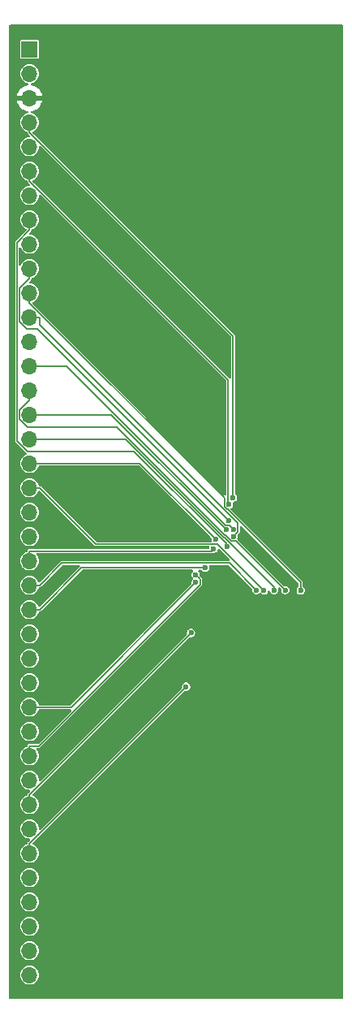
<source format=gbl>
G04 #@! TF.GenerationSoftware,KiCad,Pcbnew,(7.0.0)*
G04 #@! TF.CreationDate,2023-04-01T00:53:12+02:00*
G04 #@! TF.ProjectId,ED060SC4-eink-connector,45443036-3053-4433-942d-65696e6b2d63,rev?*
G04 #@! TF.SameCoordinates,Original*
G04 #@! TF.FileFunction,Copper,L2,Bot*
G04 #@! TF.FilePolarity,Positive*
%FSLAX46Y46*%
G04 Gerber Fmt 4.6, Leading zero omitted, Abs format (unit mm)*
G04 Created by KiCad (PCBNEW (7.0.0)) date 2023-04-01 00:53:12*
%MOMM*%
%LPD*%
G01*
G04 APERTURE LIST*
G04 #@! TA.AperFunction,ComponentPad*
%ADD10R,1.700000X1.700000*%
G04 #@! TD*
G04 #@! TA.AperFunction,ComponentPad*
%ADD11O,1.700000X1.700000*%
G04 #@! TD*
G04 #@! TA.AperFunction,ViaPad*
%ADD12C,0.600000*%
G04 #@! TD*
G04 #@! TA.AperFunction,Conductor*
%ADD13C,0.127000*%
G04 #@! TD*
G04 APERTURE END LIST*
D10*
X106933999Y-41949999D03*
D11*
X106933999Y-44489999D03*
X106933999Y-47029999D03*
X106933999Y-49569999D03*
X106933999Y-52109999D03*
X106933999Y-54649999D03*
X106933999Y-57189999D03*
X106933999Y-59729999D03*
X106933999Y-62269999D03*
X106933999Y-64809999D03*
X106933999Y-67349999D03*
X106933999Y-69889999D03*
X106933999Y-72429999D03*
X106933999Y-74969999D03*
X106933999Y-77509999D03*
X106933999Y-80049999D03*
X106933999Y-82589999D03*
X106933999Y-85129999D03*
X106933999Y-87669999D03*
X106933999Y-90209999D03*
X106933999Y-92749999D03*
X106933999Y-95289999D03*
X106933999Y-97829999D03*
X106933999Y-100369999D03*
X106933999Y-102909999D03*
X106933999Y-105449999D03*
X106933999Y-107989999D03*
X106933999Y-110529999D03*
X106933999Y-113069999D03*
X106933999Y-115609999D03*
X106933999Y-118149999D03*
X106933999Y-120689999D03*
X106933999Y-123229999D03*
X106933999Y-125769999D03*
X106933999Y-128309999D03*
X106933999Y-130849999D03*
X106933999Y-133389999D03*
X106933999Y-135929999D03*
X106933999Y-138469999D03*
D12*
X120650000Y-114935000D03*
X120015000Y-113030000D03*
X118110000Y-112395000D03*
X132715000Y-67310000D03*
X123275700Y-108387700D03*
X123785100Y-102798300D03*
X124275800Y-96714300D03*
X124275800Y-97517700D03*
X125252100Y-95998500D03*
X130614900Y-98330200D03*
X126136500Y-94023900D03*
X131401100Y-98347400D03*
X126340800Y-93042600D03*
X132468400Y-98335400D03*
X127443400Y-92038700D03*
X133620300Y-98329600D03*
X128199400Y-91978500D03*
X128200300Y-92726400D03*
X135231500Y-98347500D03*
X127700600Y-91057400D03*
X127546100Y-93819300D03*
X127746700Y-89407500D03*
X128170800Y-88688500D03*
D13*
X106934000Y-125770000D02*
X106934000Y-124729400D01*
X106934000Y-124729400D02*
X123275700Y-108387700D01*
X106934000Y-120690000D02*
X106934000Y-119649400D01*
X106934000Y-119649400D02*
X123785100Y-102798300D01*
X106934000Y-115610000D02*
X106934000Y-114569400D01*
X124766400Y-97204900D02*
X124275800Y-96714300D01*
X124766400Y-97720900D02*
X124766400Y-97204900D01*
X107917900Y-114569400D02*
X124766400Y-97720900D01*
X106934000Y-114569400D02*
X107917900Y-114569400D01*
X111263500Y-110530000D02*
X124275800Y-97517700D01*
X106934000Y-110530000D02*
X111263500Y-110530000D01*
X112346100Y-95998500D02*
X125252100Y-95998500D01*
X107974600Y-100370000D02*
X112346100Y-95998500D01*
X106934000Y-100370000D02*
X107974600Y-100370000D01*
X127784700Y-95500000D02*
X130614900Y-98330200D01*
X110304600Y-95500000D02*
X127784700Y-95500000D01*
X107974600Y-97830000D02*
X110304600Y-95500000D01*
X106934000Y-97830000D02*
X107974600Y-97830000D01*
X106934000Y-95290000D02*
X106934000Y-94249400D01*
X125911000Y-94249400D02*
X126136500Y-94023900D01*
X106934000Y-94249400D02*
X125911000Y-94249400D01*
X106934000Y-87670000D02*
X107974600Y-87670000D01*
X113837900Y-93533300D02*
X107974600Y-87670000D01*
X126511800Y-93533300D02*
X113837900Y-93533300D01*
X131325900Y-98347400D02*
X126511800Y-93533300D01*
X131401100Y-98347400D02*
X131325900Y-98347400D01*
X118428200Y-85130000D02*
X126340800Y-93042600D01*
X106934000Y-85130000D02*
X118428200Y-85130000D01*
X116941300Y-82590000D02*
X106934000Y-82590000D01*
X127209900Y-92858600D02*
X116941300Y-82590000D01*
X127279500Y-92858600D02*
X127209900Y-92858600D01*
X132468400Y-98047500D02*
X127279500Y-92858600D01*
X132468400Y-98335400D02*
X132468400Y-98047500D01*
X115454700Y-80050000D02*
X127443400Y-92038700D01*
X106934000Y-80050000D02*
X115454700Y-80050000D01*
X106934000Y-77510000D02*
X106934000Y-78550600D01*
X105888100Y-79596500D02*
X106934000Y-78550600D01*
X105888100Y-80475700D02*
X105888100Y-79596500D01*
X106732400Y-81320000D02*
X105888100Y-80475700D01*
X116030700Y-81320000D02*
X106732400Y-81320000D01*
X127292800Y-92582100D02*
X116030700Y-81320000D01*
X127362300Y-92582100D02*
X127292800Y-92582100D01*
X127997200Y-93217000D02*
X127362300Y-92582100D01*
X128507700Y-93217000D02*
X127997200Y-93217000D01*
X133620300Y-98329600D02*
X128507700Y-93217000D01*
X110789900Y-74970000D02*
X106934000Y-74970000D01*
X127368000Y-91548100D02*
X110789900Y-74970000D01*
X127769000Y-91548100D02*
X127368000Y-91548100D01*
X128199400Y-91978500D02*
X127769000Y-91548100D01*
X106934000Y-69890000D02*
X107974600Y-69890000D01*
X107974600Y-70688400D02*
X107974600Y-69890000D01*
X127438400Y-90152200D02*
X107974600Y-70688400D01*
X127491500Y-90152200D02*
X127438400Y-90152200D01*
X128690100Y-91350800D02*
X127491500Y-90152200D01*
X128690100Y-92236600D02*
X128690100Y-91350800D01*
X128200300Y-92726400D02*
X128690100Y-92236600D01*
X106934000Y-67350000D02*
X106934000Y-68390600D01*
X135231500Y-97532700D02*
X135231500Y-98347500D01*
X127596900Y-89898100D02*
X135231500Y-97532700D01*
X127543600Y-89898100D02*
X127596900Y-89898100D01*
X127256100Y-89610600D02*
X127543600Y-89898100D01*
X127256100Y-88712700D02*
X127256100Y-89610600D01*
X106934000Y-68390600D02*
X127256100Y-88712700D01*
X106934000Y-64810000D02*
X106934000Y-65850600D01*
X107713200Y-71070000D02*
X127700600Y-91057400D01*
X106641900Y-71070000D02*
X107713200Y-71070000D01*
X105888100Y-70316200D02*
X106641900Y-71070000D01*
X105888100Y-66896500D02*
X105888100Y-70316200D01*
X106934000Y-65850600D02*
X105888100Y-66896500D01*
X106934000Y-59730000D02*
X106934000Y-60770600D01*
X105612700Y-62091900D02*
X106934000Y-60770600D01*
X105612700Y-82788500D02*
X105612700Y-62091900D01*
X106684200Y-83860000D02*
X105612700Y-82788500D01*
X117852000Y-83860000D02*
X106684200Y-83860000D01*
X127546100Y-93554100D02*
X117852000Y-83860000D01*
X127546100Y-93819300D02*
X127546100Y-93554100D01*
X127656800Y-89317600D02*
X127746700Y-89407500D01*
X127656800Y-76413400D02*
X127656800Y-89317600D01*
X106934000Y-55690600D02*
X127656800Y-76413400D01*
X106934000Y-54650000D02*
X106934000Y-55690600D01*
X106934000Y-49570000D02*
X106934000Y-50610600D01*
X128170800Y-71847400D02*
X128170800Y-88688500D01*
X106934000Y-50610600D02*
X128170800Y-71847400D01*
G04 #@! TA.AperFunction,Conductor*
G36*
X139627500Y-39397113D02*
G01*
X139672887Y-39442500D01*
X139689500Y-39504500D01*
X139689500Y-140835500D01*
X139672887Y-140897500D01*
X139627500Y-140942887D01*
X139565500Y-140959500D01*
X104909500Y-140959500D01*
X104847500Y-140942887D01*
X104802113Y-140897500D01*
X104785500Y-140835500D01*
X104785500Y-138470000D01*
X105951770Y-138470000D01*
X105952367Y-138476062D01*
X105970045Y-138655559D01*
X105970046Y-138655565D01*
X105970643Y-138661624D01*
X105972410Y-138667450D01*
X105972412Y-138667458D01*
X106024768Y-138840050D01*
X106024770Y-138840055D01*
X106026538Y-138845883D01*
X106029411Y-138851258D01*
X106114431Y-139010321D01*
X106114435Y-139010327D01*
X106117306Y-139015698D01*
X106239459Y-139164541D01*
X106388302Y-139286694D01*
X106393674Y-139289565D01*
X106393678Y-139289568D01*
X106473209Y-139332077D01*
X106558117Y-139377462D01*
X106742376Y-139433357D01*
X106934000Y-139452230D01*
X107125624Y-139433357D01*
X107309883Y-139377462D01*
X107479698Y-139286694D01*
X107628541Y-139164541D01*
X107750694Y-139015698D01*
X107841462Y-138845883D01*
X107897357Y-138661624D01*
X107916230Y-138470000D01*
X107897357Y-138278376D01*
X107841462Y-138094117D01*
X107750694Y-137924302D01*
X107628541Y-137775459D01*
X107479698Y-137653306D01*
X107474327Y-137650435D01*
X107474321Y-137650431D01*
X107315258Y-137565411D01*
X107309883Y-137562538D01*
X107304055Y-137560770D01*
X107304050Y-137560768D01*
X107131458Y-137508412D01*
X107131450Y-137508410D01*
X107125624Y-137506643D01*
X107119565Y-137506046D01*
X107119559Y-137506045D01*
X106940062Y-137488367D01*
X106934000Y-137487770D01*
X106927938Y-137488367D01*
X106748440Y-137506045D01*
X106748432Y-137506046D01*
X106742376Y-137506643D01*
X106736551Y-137508410D01*
X106736541Y-137508412D01*
X106563949Y-137560768D01*
X106563941Y-137560771D01*
X106558117Y-137562538D01*
X106552745Y-137565409D01*
X106552741Y-137565411D01*
X106393678Y-137650431D01*
X106393667Y-137650438D01*
X106388302Y-137653306D01*
X106383594Y-137657169D01*
X106383589Y-137657173D01*
X106244165Y-137771596D01*
X106244160Y-137771600D01*
X106239459Y-137775459D01*
X106235600Y-137780160D01*
X106235596Y-137780165D01*
X106121173Y-137919589D01*
X106121169Y-137919594D01*
X106117306Y-137924302D01*
X106114438Y-137929667D01*
X106114431Y-137929678D01*
X106029411Y-138088741D01*
X106029409Y-138088745D01*
X106026538Y-138094117D01*
X106024771Y-138099941D01*
X106024768Y-138099949D01*
X105972412Y-138272541D01*
X105972410Y-138272551D01*
X105970643Y-138278376D01*
X105970046Y-138284432D01*
X105970045Y-138284440D01*
X105952367Y-138463938D01*
X105951770Y-138470000D01*
X104785500Y-138470000D01*
X104785500Y-135930000D01*
X105951770Y-135930000D01*
X105952367Y-135936062D01*
X105970045Y-136115559D01*
X105970046Y-136115565D01*
X105970643Y-136121624D01*
X105972410Y-136127450D01*
X105972412Y-136127458D01*
X106024768Y-136300050D01*
X106024770Y-136300055D01*
X106026538Y-136305883D01*
X106029411Y-136311258D01*
X106114431Y-136470321D01*
X106114435Y-136470327D01*
X106117306Y-136475698D01*
X106239459Y-136624541D01*
X106388302Y-136746694D01*
X106393674Y-136749565D01*
X106393678Y-136749568D01*
X106473209Y-136792078D01*
X106558117Y-136837462D01*
X106742376Y-136893357D01*
X106934000Y-136912230D01*
X107125624Y-136893357D01*
X107309883Y-136837462D01*
X107479698Y-136746694D01*
X107628541Y-136624541D01*
X107750694Y-136475698D01*
X107841462Y-136305883D01*
X107897357Y-136121624D01*
X107916230Y-135930000D01*
X107897357Y-135738376D01*
X107841462Y-135554117D01*
X107750694Y-135384302D01*
X107628541Y-135235459D01*
X107479698Y-135113306D01*
X107474327Y-135110435D01*
X107474321Y-135110431D01*
X107315258Y-135025411D01*
X107309883Y-135022538D01*
X107304055Y-135020770D01*
X107304050Y-135020768D01*
X107131458Y-134968412D01*
X107131450Y-134968410D01*
X107125624Y-134966643D01*
X107119565Y-134966046D01*
X107119559Y-134966045D01*
X106940062Y-134948367D01*
X106934000Y-134947770D01*
X106927938Y-134948367D01*
X106748440Y-134966045D01*
X106748432Y-134966046D01*
X106742376Y-134966643D01*
X106736551Y-134968410D01*
X106736541Y-134968412D01*
X106563949Y-135020768D01*
X106563941Y-135020771D01*
X106558117Y-135022538D01*
X106552745Y-135025409D01*
X106552741Y-135025411D01*
X106393678Y-135110431D01*
X106393667Y-135110438D01*
X106388302Y-135113306D01*
X106383594Y-135117169D01*
X106383589Y-135117173D01*
X106244165Y-135231596D01*
X106244160Y-135231600D01*
X106239459Y-135235459D01*
X106235600Y-135240160D01*
X106235596Y-135240165D01*
X106121173Y-135379589D01*
X106121169Y-135379594D01*
X106117306Y-135384302D01*
X106114438Y-135389667D01*
X106114431Y-135389678D01*
X106029411Y-135548741D01*
X106029409Y-135548745D01*
X106026538Y-135554117D01*
X106024771Y-135559941D01*
X106024768Y-135559949D01*
X105972412Y-135732541D01*
X105972410Y-135732551D01*
X105970643Y-135738376D01*
X105970046Y-135744432D01*
X105970045Y-135744440D01*
X105952367Y-135923938D01*
X105951770Y-135930000D01*
X104785500Y-135930000D01*
X104785500Y-133390000D01*
X105951770Y-133390000D01*
X105952367Y-133396062D01*
X105970045Y-133575559D01*
X105970046Y-133575565D01*
X105970643Y-133581624D01*
X105972410Y-133587450D01*
X105972412Y-133587458D01*
X106024768Y-133760050D01*
X106024770Y-133760055D01*
X106026538Y-133765883D01*
X106029411Y-133771258D01*
X106114431Y-133930321D01*
X106114435Y-133930327D01*
X106117306Y-133935698D01*
X106239459Y-134084541D01*
X106388302Y-134206694D01*
X106393674Y-134209565D01*
X106393678Y-134209568D01*
X106473209Y-134252078D01*
X106558117Y-134297462D01*
X106742376Y-134353357D01*
X106934000Y-134372230D01*
X107125624Y-134353357D01*
X107309883Y-134297462D01*
X107479698Y-134206694D01*
X107628541Y-134084541D01*
X107750694Y-133935698D01*
X107841462Y-133765883D01*
X107897357Y-133581624D01*
X107916230Y-133390000D01*
X107897357Y-133198376D01*
X107841462Y-133014117D01*
X107750694Y-132844302D01*
X107628541Y-132695459D01*
X107479698Y-132573306D01*
X107474327Y-132570435D01*
X107474321Y-132570431D01*
X107315258Y-132485411D01*
X107309883Y-132482538D01*
X107304055Y-132480770D01*
X107304050Y-132480768D01*
X107131458Y-132428412D01*
X107131450Y-132428410D01*
X107125624Y-132426643D01*
X107119565Y-132426046D01*
X107119559Y-132426045D01*
X106940062Y-132408367D01*
X106934000Y-132407770D01*
X106927938Y-132408367D01*
X106748440Y-132426045D01*
X106748432Y-132426046D01*
X106742376Y-132426643D01*
X106736551Y-132428410D01*
X106736541Y-132428412D01*
X106563949Y-132480768D01*
X106563941Y-132480771D01*
X106558117Y-132482538D01*
X106552745Y-132485409D01*
X106552741Y-132485411D01*
X106393678Y-132570431D01*
X106393667Y-132570438D01*
X106388302Y-132573306D01*
X106383594Y-132577169D01*
X106383589Y-132577173D01*
X106244165Y-132691596D01*
X106244160Y-132691600D01*
X106239459Y-132695459D01*
X106235600Y-132700160D01*
X106235596Y-132700165D01*
X106121173Y-132839589D01*
X106121169Y-132839594D01*
X106117306Y-132844302D01*
X106114438Y-132849667D01*
X106114431Y-132849678D01*
X106029411Y-133008741D01*
X106029409Y-133008745D01*
X106026538Y-133014117D01*
X106024771Y-133019941D01*
X106024768Y-133019949D01*
X105972412Y-133192541D01*
X105972410Y-133192551D01*
X105970643Y-133198376D01*
X105970046Y-133204432D01*
X105970045Y-133204440D01*
X105952367Y-133383938D01*
X105951770Y-133390000D01*
X104785500Y-133390000D01*
X104785500Y-130850000D01*
X105951770Y-130850000D01*
X105952367Y-130856062D01*
X105970045Y-131035559D01*
X105970046Y-131035565D01*
X105970643Y-131041624D01*
X105972410Y-131047450D01*
X105972412Y-131047458D01*
X106024768Y-131220050D01*
X106024770Y-131220055D01*
X106026538Y-131225883D01*
X106029411Y-131231258D01*
X106114431Y-131390321D01*
X106114435Y-131390327D01*
X106117306Y-131395698D01*
X106239459Y-131544541D01*
X106388302Y-131666694D01*
X106393674Y-131669565D01*
X106393678Y-131669568D01*
X106473209Y-131712077D01*
X106558117Y-131757462D01*
X106742376Y-131813357D01*
X106934000Y-131832230D01*
X107125624Y-131813357D01*
X107309883Y-131757462D01*
X107479698Y-131666694D01*
X107628541Y-131544541D01*
X107750694Y-131395698D01*
X107841462Y-131225883D01*
X107897357Y-131041624D01*
X107916230Y-130850000D01*
X107897357Y-130658376D01*
X107841462Y-130474117D01*
X107750694Y-130304302D01*
X107628541Y-130155459D01*
X107479698Y-130033306D01*
X107474327Y-130030435D01*
X107474321Y-130030431D01*
X107315258Y-129945411D01*
X107309883Y-129942538D01*
X107304055Y-129940770D01*
X107304050Y-129940768D01*
X107131458Y-129888412D01*
X107131450Y-129888410D01*
X107125624Y-129886643D01*
X107119565Y-129886046D01*
X107119559Y-129886045D01*
X106940062Y-129868367D01*
X106934000Y-129867770D01*
X106927938Y-129868367D01*
X106748440Y-129886045D01*
X106748432Y-129886046D01*
X106742376Y-129886643D01*
X106736551Y-129888410D01*
X106736541Y-129888412D01*
X106563949Y-129940768D01*
X106563941Y-129940771D01*
X106558117Y-129942538D01*
X106552745Y-129945409D01*
X106552741Y-129945411D01*
X106393678Y-130030431D01*
X106393667Y-130030438D01*
X106388302Y-130033306D01*
X106383594Y-130037169D01*
X106383589Y-130037173D01*
X106244165Y-130151596D01*
X106244160Y-130151600D01*
X106239459Y-130155459D01*
X106235600Y-130160160D01*
X106235596Y-130160165D01*
X106121173Y-130299589D01*
X106121169Y-130299594D01*
X106117306Y-130304302D01*
X106114438Y-130309667D01*
X106114431Y-130309678D01*
X106029411Y-130468741D01*
X106029409Y-130468745D01*
X106026538Y-130474117D01*
X106024771Y-130479941D01*
X106024768Y-130479949D01*
X105972412Y-130652541D01*
X105972410Y-130652551D01*
X105970643Y-130658376D01*
X105970046Y-130664432D01*
X105970045Y-130664440D01*
X105952367Y-130843938D01*
X105951770Y-130850000D01*
X104785500Y-130850000D01*
X104785500Y-128310000D01*
X105951770Y-128310000D01*
X105952367Y-128316062D01*
X105970045Y-128495559D01*
X105970046Y-128495565D01*
X105970643Y-128501624D01*
X105972410Y-128507450D01*
X105972412Y-128507458D01*
X106024768Y-128680050D01*
X106024770Y-128680055D01*
X106026538Y-128685883D01*
X106029411Y-128691258D01*
X106114431Y-128850321D01*
X106114435Y-128850327D01*
X106117306Y-128855698D01*
X106239459Y-129004541D01*
X106388302Y-129126694D01*
X106393674Y-129129565D01*
X106393678Y-129129568D01*
X106473209Y-129172077D01*
X106558117Y-129217462D01*
X106742376Y-129273357D01*
X106934000Y-129292230D01*
X107125624Y-129273357D01*
X107309883Y-129217462D01*
X107479698Y-129126694D01*
X107628541Y-129004541D01*
X107750694Y-128855698D01*
X107841462Y-128685883D01*
X107897357Y-128501624D01*
X107916230Y-128310000D01*
X107897357Y-128118376D01*
X107841462Y-127934117D01*
X107750694Y-127764302D01*
X107628541Y-127615459D01*
X107479698Y-127493306D01*
X107474327Y-127490435D01*
X107474321Y-127490431D01*
X107315258Y-127405411D01*
X107309883Y-127402538D01*
X107304055Y-127400770D01*
X107304050Y-127400768D01*
X107131458Y-127348412D01*
X107131450Y-127348410D01*
X107125624Y-127346643D01*
X107119565Y-127346046D01*
X107119559Y-127346045D01*
X106940062Y-127328367D01*
X106934000Y-127327770D01*
X106927938Y-127328367D01*
X106748440Y-127346045D01*
X106748432Y-127346046D01*
X106742376Y-127346643D01*
X106736551Y-127348410D01*
X106736541Y-127348412D01*
X106563949Y-127400768D01*
X106563941Y-127400771D01*
X106558117Y-127402538D01*
X106552745Y-127405409D01*
X106552741Y-127405411D01*
X106393678Y-127490431D01*
X106393667Y-127490438D01*
X106388302Y-127493306D01*
X106383594Y-127497169D01*
X106383589Y-127497173D01*
X106244165Y-127611596D01*
X106244160Y-127611600D01*
X106239459Y-127615459D01*
X106235600Y-127620160D01*
X106235596Y-127620165D01*
X106121173Y-127759589D01*
X106121169Y-127759594D01*
X106117306Y-127764302D01*
X106114438Y-127769667D01*
X106114431Y-127769678D01*
X106029411Y-127928741D01*
X106029409Y-127928745D01*
X106026538Y-127934117D01*
X106024771Y-127939941D01*
X106024768Y-127939949D01*
X105972412Y-128112541D01*
X105972410Y-128112551D01*
X105970643Y-128118376D01*
X105970046Y-128124432D01*
X105970045Y-128124440D01*
X105952367Y-128303938D01*
X105951770Y-128310000D01*
X104785500Y-128310000D01*
X104785500Y-125770000D01*
X105951770Y-125770000D01*
X105952367Y-125776062D01*
X105970045Y-125955559D01*
X105970046Y-125955565D01*
X105970643Y-125961624D01*
X105972410Y-125967450D01*
X105972412Y-125967458D01*
X106024768Y-126140050D01*
X106024770Y-126140055D01*
X106026538Y-126145883D01*
X106029411Y-126151258D01*
X106114431Y-126310321D01*
X106114435Y-126310327D01*
X106117306Y-126315698D01*
X106239459Y-126464541D01*
X106388302Y-126586694D01*
X106393674Y-126589565D01*
X106393678Y-126589568D01*
X106473209Y-126632078D01*
X106558117Y-126677462D01*
X106742376Y-126733357D01*
X106934000Y-126752230D01*
X107125624Y-126733357D01*
X107309883Y-126677462D01*
X107479698Y-126586694D01*
X107628541Y-126464541D01*
X107750694Y-126315698D01*
X107841462Y-126145883D01*
X107897357Y-125961624D01*
X107916230Y-125770000D01*
X107897357Y-125578376D01*
X107841462Y-125394117D01*
X107750694Y-125224302D01*
X107628541Y-125075459D01*
X107479698Y-124953306D01*
X107474327Y-124950435D01*
X107474321Y-124950431D01*
X107315257Y-124865410D01*
X107315253Y-124865408D01*
X107310013Y-124862607D01*
X107310011Y-124862606D01*
X107309883Y-124862538D01*
X107309893Y-124862518D01*
X107263540Y-124828137D01*
X107237780Y-124773664D01*
X107240738Y-124713480D01*
X107271715Y-124661798D01*
X123088063Y-108845450D01*
X123145074Y-108812985D01*
X123196589Y-108813903D01*
X123196944Y-108811439D01*
X123205727Y-108812701D01*
X123214235Y-108815200D01*
X123328295Y-108815200D01*
X123337165Y-108815200D01*
X123455116Y-108780566D01*
X123558532Y-108714105D01*
X123639034Y-108621201D01*
X123690101Y-108509379D01*
X123707596Y-108387700D01*
X123690101Y-108266021D01*
X123654223Y-108187458D01*
X123642717Y-108162263D01*
X123642715Y-108162261D01*
X123639034Y-108154199D01*
X123558532Y-108061295D01*
X123551074Y-108056502D01*
X123462575Y-107999627D01*
X123462571Y-107999625D01*
X123455116Y-107994834D01*
X123446607Y-107992335D01*
X123446606Y-107992335D01*
X123345675Y-107962698D01*
X123345669Y-107962697D01*
X123337165Y-107960200D01*
X123214235Y-107960200D01*
X123205731Y-107962696D01*
X123205724Y-107962698D01*
X123104793Y-107992335D01*
X123104789Y-107992336D01*
X123096284Y-107994834D01*
X123088830Y-107999624D01*
X123088824Y-107999627D01*
X123000325Y-108056502D01*
X123000321Y-108056504D01*
X122992868Y-108061295D01*
X122912366Y-108154199D01*
X122908686Y-108162255D01*
X122908682Y-108162263D01*
X122864981Y-108257958D01*
X122861299Y-108266021D01*
X122860037Y-108274791D01*
X122860037Y-108274795D01*
X122846941Y-108365883D01*
X122843804Y-108387700D01*
X122845066Y-108396477D01*
X122855307Y-108467705D01*
X122850223Y-108524511D01*
X122820250Y-108573033D01*
X108123767Y-123269516D01*
X108063254Y-123302822D01*
X107994311Y-123298586D01*
X107938331Y-123258123D01*
X107912683Y-123193989D01*
X107897954Y-123044440D01*
X107897357Y-123038376D01*
X107841462Y-122854117D01*
X107750694Y-122684302D01*
X107628541Y-122535459D01*
X107479698Y-122413306D01*
X107474327Y-122410435D01*
X107474321Y-122410431D01*
X107315258Y-122325411D01*
X107309883Y-122322538D01*
X107304055Y-122320770D01*
X107304050Y-122320768D01*
X107131458Y-122268412D01*
X107131450Y-122268410D01*
X107125624Y-122266643D01*
X107119565Y-122266046D01*
X107119559Y-122266045D01*
X106940062Y-122248367D01*
X106934000Y-122247770D01*
X106927938Y-122248367D01*
X106748440Y-122266045D01*
X106748432Y-122266046D01*
X106742376Y-122266643D01*
X106736551Y-122268410D01*
X106736541Y-122268412D01*
X106563949Y-122320768D01*
X106563941Y-122320771D01*
X106558117Y-122322538D01*
X106552745Y-122325409D01*
X106552741Y-122325411D01*
X106393678Y-122410431D01*
X106393667Y-122410438D01*
X106388302Y-122413306D01*
X106383594Y-122417169D01*
X106383589Y-122417173D01*
X106244165Y-122531596D01*
X106244160Y-122531600D01*
X106239459Y-122535459D01*
X106235600Y-122540160D01*
X106235596Y-122540165D01*
X106121173Y-122679589D01*
X106121169Y-122679594D01*
X106117306Y-122684302D01*
X106114438Y-122689667D01*
X106114431Y-122689678D01*
X106029411Y-122848741D01*
X106029409Y-122848745D01*
X106026538Y-122854117D01*
X106024771Y-122859941D01*
X106024768Y-122859949D01*
X105972412Y-123032541D01*
X105972410Y-123032551D01*
X105970643Y-123038376D01*
X105970046Y-123044432D01*
X105970045Y-123044440D01*
X105955317Y-123193989D01*
X105951770Y-123230000D01*
X105952367Y-123236062D01*
X105970045Y-123415559D01*
X105970046Y-123415565D01*
X105970643Y-123421624D01*
X105972410Y-123427450D01*
X105972412Y-123427458D01*
X106024768Y-123600050D01*
X106024770Y-123600055D01*
X106026538Y-123605883D01*
X106029411Y-123611258D01*
X106114431Y-123770321D01*
X106114435Y-123770327D01*
X106117306Y-123775698D01*
X106239459Y-123924541D01*
X106388302Y-124046694D01*
X106393674Y-124049565D01*
X106393678Y-124049568D01*
X106473209Y-124092077D01*
X106558117Y-124137462D01*
X106742376Y-124193357D01*
X106897989Y-124208683D01*
X106962123Y-124234331D01*
X107002586Y-124290311D01*
X107006822Y-124359254D01*
X106973516Y-124419767D01*
X106822840Y-124570443D01*
X106821641Y-124571514D01*
X106811851Y-124576230D01*
X106803144Y-124587147D01*
X106803142Y-124587149D01*
X106795692Y-124596491D01*
X106790583Y-124602208D01*
X106788640Y-124604643D01*
X106783725Y-124609560D01*
X106780026Y-124615445D01*
X106778074Y-124617894D01*
X106773644Y-124624137D01*
X106766198Y-124633473D01*
X106766194Y-124633480D01*
X106757489Y-124644397D01*
X106755009Y-124655260D01*
X106749082Y-124664694D01*
X106747518Y-124678572D01*
X106747518Y-124678573D01*
X106746182Y-124690431D01*
X106744900Y-124697976D01*
X106744549Y-124701091D01*
X106743000Y-124707879D01*
X106743000Y-124714843D01*
X106742649Y-124717959D01*
X106742220Y-124725599D01*
X106741896Y-124728474D01*
X106727482Y-124774063D01*
X106696891Y-124810808D01*
X106654672Y-124833248D01*
X106563949Y-124860768D01*
X106563941Y-124860771D01*
X106558117Y-124862538D01*
X106552745Y-124865409D01*
X106552741Y-124865411D01*
X106393678Y-124950431D01*
X106393667Y-124950438D01*
X106388302Y-124953306D01*
X106383594Y-124957169D01*
X106383589Y-124957173D01*
X106244165Y-125071596D01*
X106244160Y-125071600D01*
X106239459Y-125075459D01*
X106235600Y-125080160D01*
X106235596Y-125080165D01*
X106121173Y-125219589D01*
X106121169Y-125219594D01*
X106117306Y-125224302D01*
X106114438Y-125229667D01*
X106114431Y-125229678D01*
X106029411Y-125388741D01*
X106029409Y-125388745D01*
X106026538Y-125394117D01*
X106024771Y-125399941D01*
X106024768Y-125399949D01*
X105972412Y-125572541D01*
X105972410Y-125572551D01*
X105970643Y-125578376D01*
X105970046Y-125584432D01*
X105970045Y-125584440D01*
X105952367Y-125763938D01*
X105951770Y-125770000D01*
X104785500Y-125770000D01*
X104785500Y-120690000D01*
X105951770Y-120690000D01*
X105952367Y-120696062D01*
X105970045Y-120875559D01*
X105970046Y-120875565D01*
X105970643Y-120881624D01*
X105972410Y-120887450D01*
X105972412Y-120887458D01*
X106024768Y-121060050D01*
X106024770Y-121060055D01*
X106026538Y-121065883D01*
X106029411Y-121071258D01*
X106114431Y-121230321D01*
X106114435Y-121230327D01*
X106117306Y-121235698D01*
X106239459Y-121384541D01*
X106388302Y-121506694D01*
X106393674Y-121509565D01*
X106393678Y-121509568D01*
X106473209Y-121552078D01*
X106558117Y-121597462D01*
X106742376Y-121653357D01*
X106934000Y-121672230D01*
X107125624Y-121653357D01*
X107309883Y-121597462D01*
X107479698Y-121506694D01*
X107628541Y-121384541D01*
X107750694Y-121235698D01*
X107841462Y-121065883D01*
X107897357Y-120881624D01*
X107916230Y-120690000D01*
X107897357Y-120498376D01*
X107841462Y-120314117D01*
X107750694Y-120144302D01*
X107628541Y-119995459D01*
X107479698Y-119873306D01*
X107474327Y-119870435D01*
X107474321Y-119870431D01*
X107315257Y-119785410D01*
X107315253Y-119785408D01*
X107310013Y-119782607D01*
X107310011Y-119782606D01*
X107309883Y-119782538D01*
X107309893Y-119782518D01*
X107263540Y-119748137D01*
X107237780Y-119693664D01*
X107240738Y-119633480D01*
X107271715Y-119581798D01*
X123597463Y-103256050D01*
X123654474Y-103223585D01*
X123705989Y-103224503D01*
X123706344Y-103222039D01*
X123715127Y-103223301D01*
X123723635Y-103225800D01*
X123837695Y-103225800D01*
X123846565Y-103225800D01*
X123964516Y-103191166D01*
X124067932Y-103124705D01*
X124148434Y-103031801D01*
X124199501Y-102919979D01*
X124216996Y-102798300D01*
X124199501Y-102676621D01*
X124148434Y-102564799D01*
X124067932Y-102471895D01*
X124060474Y-102467102D01*
X123971975Y-102410227D01*
X123971971Y-102410225D01*
X123964516Y-102405434D01*
X123956007Y-102402935D01*
X123956006Y-102402935D01*
X123855075Y-102373298D01*
X123855069Y-102373297D01*
X123846565Y-102370800D01*
X123723635Y-102370800D01*
X123715131Y-102373296D01*
X123715124Y-102373298D01*
X123614193Y-102402935D01*
X123614189Y-102402936D01*
X123605684Y-102405434D01*
X123598230Y-102410224D01*
X123598224Y-102410227D01*
X123509725Y-102467102D01*
X123509721Y-102467104D01*
X123502268Y-102471895D01*
X123496464Y-102478593D01*
X123496463Y-102478594D01*
X123443299Y-102539949D01*
X123421766Y-102564799D01*
X123418086Y-102572855D01*
X123418082Y-102572863D01*
X123374381Y-102668558D01*
X123370699Y-102676621D01*
X123369437Y-102685391D01*
X123369437Y-102685395D01*
X123355720Y-102780798D01*
X123353204Y-102798300D01*
X123354466Y-102807077D01*
X123364707Y-102878305D01*
X123359623Y-102935111D01*
X123329650Y-102983633D01*
X108123767Y-118189516D01*
X108063254Y-118222822D01*
X107994311Y-118218586D01*
X107938331Y-118178123D01*
X107912683Y-118113989D01*
X107897954Y-117964440D01*
X107897357Y-117958376D01*
X107841462Y-117774117D01*
X107750694Y-117604302D01*
X107628541Y-117455459D01*
X107479698Y-117333306D01*
X107474327Y-117330435D01*
X107474321Y-117330431D01*
X107315258Y-117245411D01*
X107309883Y-117242538D01*
X107304055Y-117240770D01*
X107304050Y-117240768D01*
X107131458Y-117188412D01*
X107131450Y-117188410D01*
X107125624Y-117186643D01*
X107119565Y-117186046D01*
X107119559Y-117186045D01*
X106940062Y-117168367D01*
X106934000Y-117167770D01*
X106927938Y-117168367D01*
X106748440Y-117186045D01*
X106748432Y-117186046D01*
X106742376Y-117186643D01*
X106736551Y-117188410D01*
X106736541Y-117188412D01*
X106563949Y-117240768D01*
X106563941Y-117240771D01*
X106558117Y-117242538D01*
X106552745Y-117245409D01*
X106552741Y-117245411D01*
X106393678Y-117330431D01*
X106393667Y-117330438D01*
X106388302Y-117333306D01*
X106383594Y-117337169D01*
X106383589Y-117337173D01*
X106244165Y-117451596D01*
X106244160Y-117451600D01*
X106239459Y-117455459D01*
X106235600Y-117460160D01*
X106235596Y-117460165D01*
X106121173Y-117599589D01*
X106121169Y-117599594D01*
X106117306Y-117604302D01*
X106114438Y-117609667D01*
X106114431Y-117609678D01*
X106029411Y-117768741D01*
X106029409Y-117768745D01*
X106026538Y-117774117D01*
X106024771Y-117779941D01*
X106024768Y-117779949D01*
X105972412Y-117952541D01*
X105972410Y-117952551D01*
X105970643Y-117958376D01*
X105970046Y-117964432D01*
X105970045Y-117964440D01*
X105955317Y-118113989D01*
X105951770Y-118150000D01*
X105952367Y-118156062D01*
X105970045Y-118335559D01*
X105970046Y-118335565D01*
X105970643Y-118341624D01*
X105972410Y-118347450D01*
X105972412Y-118347458D01*
X106024768Y-118520050D01*
X106024770Y-118520055D01*
X106026538Y-118525883D01*
X106029411Y-118531258D01*
X106114431Y-118690321D01*
X106114435Y-118690327D01*
X106117306Y-118695698D01*
X106239459Y-118844541D01*
X106388302Y-118966694D01*
X106393674Y-118969565D01*
X106393678Y-118969568D01*
X106473209Y-119012077D01*
X106558117Y-119057462D01*
X106742376Y-119113357D01*
X106897989Y-119128683D01*
X106962123Y-119154331D01*
X107002586Y-119210311D01*
X107006822Y-119279254D01*
X106973516Y-119339767D01*
X106822840Y-119490443D01*
X106821641Y-119491514D01*
X106811851Y-119496230D01*
X106803144Y-119507147D01*
X106803142Y-119507149D01*
X106795692Y-119516491D01*
X106790583Y-119522208D01*
X106788640Y-119524643D01*
X106783725Y-119529560D01*
X106780026Y-119535445D01*
X106778074Y-119537894D01*
X106773644Y-119544137D01*
X106766198Y-119553473D01*
X106766194Y-119553480D01*
X106757489Y-119564397D01*
X106755009Y-119575260D01*
X106749082Y-119584694D01*
X106747518Y-119598572D01*
X106747518Y-119598573D01*
X106746182Y-119610431D01*
X106744900Y-119617976D01*
X106744549Y-119621091D01*
X106743000Y-119627879D01*
X106743000Y-119634843D01*
X106742649Y-119637959D01*
X106742220Y-119645599D01*
X106741896Y-119648474D01*
X106727482Y-119694063D01*
X106696891Y-119730808D01*
X106654672Y-119753248D01*
X106563949Y-119780768D01*
X106563941Y-119780771D01*
X106558117Y-119782538D01*
X106552745Y-119785409D01*
X106552741Y-119785411D01*
X106393678Y-119870431D01*
X106393667Y-119870438D01*
X106388302Y-119873306D01*
X106383594Y-119877169D01*
X106383589Y-119877173D01*
X106244165Y-119991596D01*
X106244160Y-119991600D01*
X106239459Y-119995459D01*
X106235600Y-120000160D01*
X106235596Y-120000165D01*
X106121173Y-120139589D01*
X106121169Y-120139594D01*
X106117306Y-120144302D01*
X106114438Y-120149667D01*
X106114431Y-120149678D01*
X106029411Y-120308741D01*
X106029409Y-120308745D01*
X106026538Y-120314117D01*
X106024771Y-120319941D01*
X106024768Y-120319949D01*
X105972412Y-120492541D01*
X105972410Y-120492551D01*
X105970643Y-120498376D01*
X105970046Y-120504432D01*
X105970045Y-120504440D01*
X105952367Y-120683938D01*
X105951770Y-120690000D01*
X104785500Y-120690000D01*
X104785500Y-113070000D01*
X105951770Y-113070000D01*
X105952367Y-113076062D01*
X105970045Y-113255559D01*
X105970046Y-113255565D01*
X105970643Y-113261624D01*
X105972410Y-113267450D01*
X105972412Y-113267458D01*
X106024768Y-113440050D01*
X106024770Y-113440055D01*
X106026538Y-113445883D01*
X106029411Y-113451258D01*
X106114431Y-113610321D01*
X106114435Y-113610327D01*
X106117306Y-113615698D01*
X106239459Y-113764541D01*
X106388302Y-113886694D01*
X106393674Y-113889565D01*
X106393678Y-113889568D01*
X106473209Y-113932078D01*
X106558117Y-113977462D01*
X106742376Y-114033357D01*
X106934000Y-114052230D01*
X107125624Y-114033357D01*
X107309883Y-113977462D01*
X107479698Y-113886694D01*
X107628541Y-113764541D01*
X107750694Y-113615698D01*
X107841462Y-113445883D01*
X107897357Y-113261624D01*
X107916230Y-113070000D01*
X107897357Y-112878376D01*
X107841462Y-112694117D01*
X107750694Y-112524302D01*
X107628541Y-112375459D01*
X107479698Y-112253306D01*
X107474327Y-112250435D01*
X107474321Y-112250431D01*
X107315258Y-112165411D01*
X107309883Y-112162538D01*
X107304055Y-112160770D01*
X107304050Y-112160768D01*
X107131458Y-112108412D01*
X107131450Y-112108410D01*
X107125624Y-112106643D01*
X107119565Y-112106046D01*
X107119559Y-112106045D01*
X106940062Y-112088367D01*
X106934000Y-112087770D01*
X106927938Y-112088367D01*
X106748440Y-112106045D01*
X106748432Y-112106046D01*
X106742376Y-112106643D01*
X106736551Y-112108410D01*
X106736541Y-112108412D01*
X106563949Y-112160768D01*
X106563941Y-112160771D01*
X106558117Y-112162538D01*
X106552745Y-112165409D01*
X106552741Y-112165411D01*
X106393678Y-112250431D01*
X106393667Y-112250438D01*
X106388302Y-112253306D01*
X106383594Y-112257169D01*
X106383589Y-112257173D01*
X106244165Y-112371596D01*
X106244160Y-112371600D01*
X106239459Y-112375459D01*
X106235600Y-112380160D01*
X106235596Y-112380165D01*
X106121173Y-112519589D01*
X106121169Y-112519594D01*
X106117306Y-112524302D01*
X106114438Y-112529667D01*
X106114431Y-112529678D01*
X106029411Y-112688741D01*
X106029409Y-112688745D01*
X106026538Y-112694117D01*
X106024771Y-112699941D01*
X106024768Y-112699949D01*
X105972412Y-112872541D01*
X105972410Y-112872551D01*
X105970643Y-112878376D01*
X105970046Y-112884432D01*
X105970045Y-112884440D01*
X105952367Y-113063938D01*
X105951770Y-113070000D01*
X104785500Y-113070000D01*
X104785500Y-107990000D01*
X105951770Y-107990000D01*
X105952367Y-107996062D01*
X105970045Y-108175559D01*
X105970046Y-108175565D01*
X105970643Y-108181624D01*
X105972410Y-108187450D01*
X105972412Y-108187458D01*
X106024768Y-108360050D01*
X106024770Y-108360055D01*
X106026538Y-108365883D01*
X106029411Y-108371258D01*
X106114431Y-108530321D01*
X106114435Y-108530327D01*
X106117306Y-108535698D01*
X106239459Y-108684541D01*
X106388302Y-108806694D01*
X106393674Y-108809565D01*
X106393678Y-108809568D01*
X106460813Y-108845452D01*
X106558117Y-108897462D01*
X106742376Y-108953357D01*
X106934000Y-108972230D01*
X107125624Y-108953357D01*
X107309883Y-108897462D01*
X107479698Y-108806694D01*
X107628541Y-108684541D01*
X107750694Y-108535698D01*
X107841462Y-108365883D01*
X107897357Y-108181624D01*
X107916230Y-107990000D01*
X107897357Y-107798376D01*
X107841462Y-107614117D01*
X107750694Y-107444302D01*
X107628541Y-107295459D01*
X107479698Y-107173306D01*
X107474327Y-107170435D01*
X107474321Y-107170431D01*
X107315258Y-107085411D01*
X107309883Y-107082538D01*
X107304055Y-107080770D01*
X107304050Y-107080768D01*
X107131458Y-107028412D01*
X107131450Y-107028410D01*
X107125624Y-107026643D01*
X107119565Y-107026046D01*
X107119559Y-107026045D01*
X106940062Y-107008367D01*
X106934000Y-107007770D01*
X106927938Y-107008367D01*
X106748440Y-107026045D01*
X106748432Y-107026046D01*
X106742376Y-107026643D01*
X106736551Y-107028410D01*
X106736541Y-107028412D01*
X106563949Y-107080768D01*
X106563941Y-107080771D01*
X106558117Y-107082538D01*
X106552745Y-107085409D01*
X106552741Y-107085411D01*
X106393678Y-107170431D01*
X106393667Y-107170438D01*
X106388302Y-107173306D01*
X106383594Y-107177169D01*
X106383589Y-107177173D01*
X106244165Y-107291596D01*
X106244160Y-107291600D01*
X106239459Y-107295459D01*
X106235600Y-107300160D01*
X106235596Y-107300165D01*
X106121173Y-107439589D01*
X106121169Y-107439594D01*
X106117306Y-107444302D01*
X106114438Y-107449667D01*
X106114431Y-107449678D01*
X106029411Y-107608741D01*
X106029409Y-107608745D01*
X106026538Y-107614117D01*
X106024771Y-107619941D01*
X106024768Y-107619949D01*
X105972412Y-107792541D01*
X105972410Y-107792551D01*
X105970643Y-107798376D01*
X105970046Y-107804432D01*
X105970045Y-107804440D01*
X105954705Y-107960200D01*
X105951770Y-107990000D01*
X104785500Y-107990000D01*
X104785500Y-105450000D01*
X105951770Y-105450000D01*
X105952367Y-105456062D01*
X105970045Y-105635559D01*
X105970046Y-105635565D01*
X105970643Y-105641624D01*
X105972410Y-105647450D01*
X105972412Y-105647458D01*
X106024768Y-105820050D01*
X106024770Y-105820055D01*
X106026538Y-105825883D01*
X106029411Y-105831258D01*
X106114431Y-105990321D01*
X106114435Y-105990327D01*
X106117306Y-105995698D01*
X106239459Y-106144541D01*
X106388302Y-106266694D01*
X106393674Y-106269565D01*
X106393678Y-106269568D01*
X106473209Y-106312077D01*
X106558117Y-106357462D01*
X106742376Y-106413357D01*
X106934000Y-106432230D01*
X107125624Y-106413357D01*
X107309883Y-106357462D01*
X107479698Y-106266694D01*
X107628541Y-106144541D01*
X107750694Y-105995698D01*
X107841462Y-105825883D01*
X107897357Y-105641624D01*
X107916230Y-105450000D01*
X107897357Y-105258376D01*
X107841462Y-105074117D01*
X107750694Y-104904302D01*
X107628541Y-104755459D01*
X107479698Y-104633306D01*
X107474327Y-104630435D01*
X107474321Y-104630431D01*
X107315258Y-104545411D01*
X107309883Y-104542538D01*
X107304055Y-104540770D01*
X107304050Y-104540768D01*
X107131458Y-104488412D01*
X107131450Y-104488410D01*
X107125624Y-104486643D01*
X107119565Y-104486046D01*
X107119559Y-104486045D01*
X106940062Y-104468367D01*
X106934000Y-104467770D01*
X106927938Y-104468367D01*
X106748440Y-104486045D01*
X106748432Y-104486046D01*
X106742376Y-104486643D01*
X106736551Y-104488410D01*
X106736541Y-104488412D01*
X106563949Y-104540768D01*
X106563941Y-104540771D01*
X106558117Y-104542538D01*
X106552745Y-104545409D01*
X106552741Y-104545411D01*
X106393678Y-104630431D01*
X106393667Y-104630438D01*
X106388302Y-104633306D01*
X106383594Y-104637169D01*
X106383589Y-104637173D01*
X106244165Y-104751596D01*
X106244160Y-104751600D01*
X106239459Y-104755459D01*
X106235600Y-104760160D01*
X106235596Y-104760165D01*
X106121173Y-104899589D01*
X106121169Y-104899594D01*
X106117306Y-104904302D01*
X106114438Y-104909667D01*
X106114431Y-104909678D01*
X106029411Y-105068741D01*
X106029409Y-105068745D01*
X106026538Y-105074117D01*
X106024771Y-105079941D01*
X106024768Y-105079949D01*
X105972412Y-105252541D01*
X105972410Y-105252551D01*
X105970643Y-105258376D01*
X105970046Y-105264432D01*
X105970045Y-105264440D01*
X105952367Y-105443938D01*
X105951770Y-105450000D01*
X104785500Y-105450000D01*
X104785500Y-102910000D01*
X105951770Y-102910000D01*
X105952367Y-102916062D01*
X105970045Y-103095559D01*
X105970046Y-103095565D01*
X105970643Y-103101624D01*
X105972410Y-103107450D01*
X105972412Y-103107458D01*
X106024768Y-103280050D01*
X106024770Y-103280055D01*
X106026538Y-103285883D01*
X106029411Y-103291258D01*
X106114431Y-103450321D01*
X106114435Y-103450327D01*
X106117306Y-103455698D01*
X106239459Y-103604541D01*
X106388302Y-103726694D01*
X106393674Y-103729565D01*
X106393678Y-103729568D01*
X106473209Y-103772078D01*
X106558117Y-103817462D01*
X106742376Y-103873357D01*
X106934000Y-103892230D01*
X107125624Y-103873357D01*
X107309883Y-103817462D01*
X107479698Y-103726694D01*
X107628541Y-103604541D01*
X107750694Y-103455698D01*
X107841462Y-103285883D01*
X107897357Y-103101624D01*
X107916230Y-102910000D01*
X107897357Y-102718376D01*
X107841462Y-102534117D01*
X107796078Y-102449209D01*
X107753568Y-102369678D01*
X107753565Y-102369674D01*
X107750694Y-102364302D01*
X107628541Y-102215459D01*
X107479698Y-102093306D01*
X107474327Y-102090435D01*
X107474321Y-102090431D01*
X107315258Y-102005411D01*
X107309883Y-102002538D01*
X107304055Y-102000770D01*
X107304050Y-102000768D01*
X107131458Y-101948412D01*
X107131450Y-101948410D01*
X107125624Y-101946643D01*
X107119565Y-101946046D01*
X107119559Y-101946045D01*
X106940062Y-101928367D01*
X106934000Y-101927770D01*
X106927938Y-101928367D01*
X106748440Y-101946045D01*
X106748432Y-101946046D01*
X106742376Y-101946643D01*
X106736551Y-101948410D01*
X106736541Y-101948412D01*
X106563949Y-102000768D01*
X106563941Y-102000771D01*
X106558117Y-102002538D01*
X106552745Y-102005409D01*
X106552741Y-102005411D01*
X106393678Y-102090431D01*
X106393667Y-102090438D01*
X106388302Y-102093306D01*
X106383594Y-102097169D01*
X106383589Y-102097173D01*
X106244165Y-102211596D01*
X106244160Y-102211600D01*
X106239459Y-102215459D01*
X106235600Y-102220160D01*
X106235596Y-102220165D01*
X106121173Y-102359589D01*
X106121169Y-102359594D01*
X106117306Y-102364302D01*
X106114438Y-102369667D01*
X106114431Y-102369678D01*
X106029411Y-102528741D01*
X106029409Y-102528745D01*
X106026538Y-102534117D01*
X106024771Y-102539941D01*
X106024768Y-102539949D01*
X105972412Y-102712541D01*
X105972410Y-102712551D01*
X105970643Y-102718376D01*
X105970046Y-102724432D01*
X105970045Y-102724440D01*
X105952367Y-102903938D01*
X105951770Y-102910000D01*
X104785500Y-102910000D01*
X104785500Y-92750000D01*
X105951770Y-92750000D01*
X105952367Y-92756062D01*
X105970045Y-92935559D01*
X105970046Y-92935565D01*
X105970643Y-92941624D01*
X105972410Y-92947450D01*
X105972412Y-92947458D01*
X106024768Y-93120050D01*
X106024770Y-93120055D01*
X106026538Y-93125883D01*
X106029411Y-93131258D01*
X106114431Y-93290321D01*
X106114435Y-93290327D01*
X106117306Y-93295698D01*
X106121172Y-93300409D01*
X106121173Y-93300410D01*
X106209470Y-93408000D01*
X106239459Y-93444541D01*
X106388302Y-93566694D01*
X106393674Y-93569565D01*
X106393678Y-93569568D01*
X106473209Y-93612077D01*
X106558117Y-93657462D01*
X106621516Y-93676694D01*
X106730686Y-93709811D01*
X106742376Y-93713357D01*
X106934000Y-93732230D01*
X107125624Y-93713357D01*
X107309883Y-93657462D01*
X107479698Y-93566694D01*
X107628541Y-93444541D01*
X107750694Y-93295698D01*
X107841462Y-93125883D01*
X107897357Y-92941624D01*
X107916230Y-92750000D01*
X107897357Y-92558376D01*
X107841462Y-92374117D01*
X107773691Y-92247326D01*
X107753568Y-92209678D01*
X107753565Y-92209674D01*
X107750694Y-92204302D01*
X107628541Y-92055459D01*
X107479698Y-91933306D01*
X107474327Y-91930435D01*
X107474321Y-91930431D01*
X107315258Y-91845411D01*
X107309883Y-91842538D01*
X107304055Y-91840770D01*
X107304050Y-91840768D01*
X107131458Y-91788412D01*
X107131450Y-91788410D01*
X107125624Y-91786643D01*
X107119565Y-91786046D01*
X107119559Y-91786045D01*
X106940062Y-91768367D01*
X106934000Y-91767770D01*
X106927938Y-91768367D01*
X106748440Y-91786045D01*
X106748432Y-91786046D01*
X106742376Y-91786643D01*
X106736551Y-91788410D01*
X106736541Y-91788412D01*
X106563949Y-91840768D01*
X106563941Y-91840771D01*
X106558117Y-91842538D01*
X106552745Y-91845409D01*
X106552741Y-91845411D01*
X106393678Y-91930431D01*
X106393667Y-91930438D01*
X106388302Y-91933306D01*
X106383594Y-91937169D01*
X106383589Y-91937173D01*
X106244165Y-92051596D01*
X106244160Y-92051600D01*
X106239459Y-92055459D01*
X106235600Y-92060160D01*
X106235596Y-92060165D01*
X106121173Y-92199589D01*
X106121169Y-92199594D01*
X106117306Y-92204302D01*
X106114438Y-92209667D01*
X106114431Y-92209678D01*
X106029411Y-92368741D01*
X106029409Y-92368745D01*
X106026538Y-92374117D01*
X106024771Y-92379941D01*
X106024768Y-92379949D01*
X105972412Y-92552541D01*
X105972410Y-92552551D01*
X105970643Y-92558376D01*
X105970046Y-92564432D01*
X105970045Y-92564440D01*
X105961974Y-92646393D01*
X105951770Y-92750000D01*
X104785500Y-92750000D01*
X104785500Y-90210000D01*
X105951770Y-90210000D01*
X105952367Y-90216062D01*
X105970045Y-90395559D01*
X105970046Y-90395565D01*
X105970643Y-90401624D01*
X105972410Y-90407450D01*
X105972412Y-90407458D01*
X106024768Y-90580050D01*
X106024770Y-90580055D01*
X106026538Y-90585883D01*
X106029411Y-90591258D01*
X106114431Y-90750321D01*
X106114435Y-90750327D01*
X106117306Y-90755698D01*
X106239459Y-90904541D01*
X106388302Y-91026694D01*
X106393674Y-91029565D01*
X106393678Y-91029568D01*
X106473209Y-91072077D01*
X106558117Y-91117462D01*
X106742376Y-91173357D01*
X106934000Y-91192230D01*
X107125624Y-91173357D01*
X107309883Y-91117462D01*
X107479698Y-91026694D01*
X107628541Y-90904541D01*
X107750694Y-90755698D01*
X107841462Y-90585883D01*
X107897357Y-90401624D01*
X107916230Y-90210000D01*
X107897357Y-90018376D01*
X107841462Y-89834117D01*
X107750694Y-89664302D01*
X107628541Y-89515459D01*
X107479698Y-89393306D01*
X107474327Y-89390435D01*
X107474321Y-89390431D01*
X107315258Y-89305411D01*
X107309883Y-89302538D01*
X107304055Y-89300770D01*
X107304050Y-89300768D01*
X107131458Y-89248412D01*
X107131450Y-89248410D01*
X107125624Y-89246643D01*
X107119565Y-89246046D01*
X107119559Y-89246045D01*
X106940062Y-89228367D01*
X106934000Y-89227770D01*
X106927938Y-89228367D01*
X106748440Y-89246045D01*
X106748432Y-89246046D01*
X106742376Y-89246643D01*
X106736551Y-89248410D01*
X106736541Y-89248412D01*
X106563949Y-89300768D01*
X106563941Y-89300771D01*
X106558117Y-89302538D01*
X106552745Y-89305409D01*
X106552741Y-89305411D01*
X106393678Y-89390431D01*
X106393667Y-89390438D01*
X106388302Y-89393306D01*
X106383594Y-89397169D01*
X106383589Y-89397173D01*
X106244165Y-89511596D01*
X106244160Y-89511600D01*
X106239459Y-89515459D01*
X106235600Y-89520160D01*
X106235596Y-89520165D01*
X106121173Y-89659589D01*
X106121169Y-89659594D01*
X106117306Y-89664302D01*
X106114438Y-89669667D01*
X106114431Y-89669678D01*
X106029411Y-89828741D01*
X106029409Y-89828745D01*
X106026538Y-89834117D01*
X106024771Y-89839941D01*
X106024768Y-89839949D01*
X105972412Y-90012541D01*
X105972410Y-90012551D01*
X105970643Y-90018376D01*
X105970046Y-90024432D01*
X105970045Y-90024440D01*
X105952367Y-90203938D01*
X105951770Y-90210000D01*
X104785500Y-90210000D01*
X104785500Y-82766565D01*
X105418020Y-82766565D01*
X105419584Y-82780446D01*
X105419584Y-82780447D01*
X105420920Y-82792303D01*
X105421349Y-82799949D01*
X105421700Y-82803064D01*
X105421700Y-82810021D01*
X105423247Y-82816802D01*
X105423599Y-82819920D01*
X105424881Y-82827462D01*
X105426217Y-82839324D01*
X105426218Y-82839327D01*
X105427782Y-82853206D01*
X105433709Y-82862639D01*
X105436189Y-82873503D01*
X105444897Y-82884422D01*
X105444898Y-82884424D01*
X105452338Y-82893753D01*
X105456759Y-82899984D01*
X105458718Y-82902441D01*
X105462425Y-82908340D01*
X105467351Y-82913266D01*
X105469312Y-82915725D01*
X105474396Y-82921413D01*
X105490551Y-82941670D01*
X105500344Y-82946386D01*
X105501537Y-82947452D01*
X106525243Y-83971158D01*
X106526313Y-83972355D01*
X106531030Y-83982149D01*
X106541951Y-83990858D01*
X106551284Y-83998301D01*
X106556980Y-84003391D01*
X106559429Y-84005344D01*
X106564360Y-84010275D01*
X106570261Y-84013982D01*
X106574644Y-84017478D01*
X106611387Y-84065770D01*
X106620817Y-84125714D01*
X106600675Y-84182954D01*
X106555785Y-84223784D01*
X106393679Y-84310431D01*
X106393672Y-84310435D01*
X106388302Y-84313306D01*
X106383594Y-84317169D01*
X106383589Y-84317173D01*
X106244165Y-84431596D01*
X106244160Y-84431600D01*
X106239459Y-84435459D01*
X106235600Y-84440160D01*
X106235596Y-84440165D01*
X106121173Y-84579589D01*
X106121169Y-84579594D01*
X106117306Y-84584302D01*
X106114438Y-84589667D01*
X106114431Y-84589678D01*
X106029411Y-84748741D01*
X106029409Y-84748745D01*
X106026538Y-84754117D01*
X106024771Y-84759941D01*
X106024768Y-84759949D01*
X105972412Y-84932541D01*
X105972410Y-84932551D01*
X105970643Y-84938376D01*
X105970046Y-84944432D01*
X105970045Y-84944440D01*
X105952367Y-85123938D01*
X105951770Y-85130000D01*
X105952367Y-85136062D01*
X105970045Y-85315559D01*
X105970046Y-85315565D01*
X105970643Y-85321624D01*
X105972410Y-85327450D01*
X105972412Y-85327458D01*
X106024768Y-85500050D01*
X106024770Y-85500055D01*
X106026538Y-85505883D01*
X106029411Y-85511258D01*
X106114431Y-85670321D01*
X106114435Y-85670327D01*
X106117306Y-85675698D01*
X106239459Y-85824541D01*
X106388302Y-85946694D01*
X106393674Y-85949565D01*
X106393678Y-85949568D01*
X106473209Y-85992077D01*
X106558117Y-86037462D01*
X106742376Y-86093357D01*
X106934000Y-86112230D01*
X107125624Y-86093357D01*
X107309883Y-86037462D01*
X107479698Y-85946694D01*
X107628541Y-85824541D01*
X107750694Y-85675698D01*
X107841462Y-85505883D01*
X107870851Y-85409001D01*
X107896282Y-85363241D01*
X107938334Y-85332053D01*
X107989510Y-85321000D01*
X118297723Y-85321000D01*
X118345176Y-85330439D01*
X118385404Y-85357319D01*
X125885350Y-92857265D01*
X125915323Y-92905787D01*
X125920407Y-92962593D01*
X125908904Y-93042600D01*
X125926399Y-93164279D01*
X125930080Y-93172341D01*
X125932581Y-93180856D01*
X125930209Y-93181552D01*
X125938433Y-93227155D01*
X125919062Y-93285344D01*
X125874174Y-93327134D01*
X125814750Y-93342300D01*
X113968377Y-93342300D01*
X113920924Y-93332861D01*
X113880696Y-93305981D01*
X108133552Y-87558837D01*
X108132486Y-87557644D01*
X108127770Y-87547851D01*
X108107513Y-87531696D01*
X108101825Y-87526612D01*
X108099366Y-87524651D01*
X108094440Y-87519725D01*
X108088541Y-87516018D01*
X108086084Y-87514059D01*
X108079853Y-87509638D01*
X108070524Y-87502198D01*
X108070522Y-87502197D01*
X108059603Y-87493489D01*
X108048739Y-87491009D01*
X108039306Y-87485082D01*
X108025427Y-87483518D01*
X108025424Y-87483517D01*
X108013562Y-87482181D01*
X108006020Y-87480899D01*
X108002902Y-87480547D01*
X107996121Y-87479000D01*
X107989163Y-87479000D01*
X107986056Y-87478650D01*
X107978419Y-87478221D01*
X107975524Y-87477895D01*
X107929939Y-87463483D01*
X107893191Y-87432892D01*
X107870753Y-87390678D01*
X107841462Y-87294117D01*
X107750694Y-87124302D01*
X107628541Y-86975459D01*
X107479698Y-86853306D01*
X107474327Y-86850435D01*
X107474321Y-86850431D01*
X107315258Y-86765411D01*
X107309883Y-86762538D01*
X107304055Y-86760770D01*
X107304050Y-86760768D01*
X107131458Y-86708412D01*
X107131450Y-86708410D01*
X107125624Y-86706643D01*
X107119565Y-86706046D01*
X107119559Y-86706045D01*
X106940062Y-86688367D01*
X106934000Y-86687770D01*
X106927938Y-86688367D01*
X106748440Y-86706045D01*
X106748432Y-86706046D01*
X106742376Y-86706643D01*
X106736551Y-86708410D01*
X106736541Y-86708412D01*
X106563949Y-86760768D01*
X106563941Y-86760771D01*
X106558117Y-86762538D01*
X106552745Y-86765409D01*
X106552741Y-86765411D01*
X106393678Y-86850431D01*
X106393667Y-86850438D01*
X106388302Y-86853306D01*
X106383594Y-86857169D01*
X106383589Y-86857173D01*
X106244165Y-86971596D01*
X106244160Y-86971600D01*
X106239459Y-86975459D01*
X106235600Y-86980160D01*
X106235596Y-86980165D01*
X106121173Y-87119589D01*
X106121169Y-87119594D01*
X106117306Y-87124302D01*
X106114438Y-87129667D01*
X106114431Y-87129678D01*
X106029411Y-87288741D01*
X106029409Y-87288745D01*
X106026538Y-87294117D01*
X106024771Y-87299941D01*
X106024768Y-87299949D01*
X105972412Y-87472541D01*
X105972410Y-87472551D01*
X105970643Y-87478376D01*
X105970046Y-87484432D01*
X105970045Y-87484440D01*
X105962718Y-87558837D01*
X105951770Y-87670000D01*
X105952367Y-87676062D01*
X105970045Y-87855559D01*
X105970046Y-87855565D01*
X105970643Y-87861624D01*
X105972410Y-87867450D01*
X105972412Y-87867458D01*
X106024768Y-88040050D01*
X106024770Y-88040055D01*
X106026538Y-88045883D01*
X106029410Y-88051256D01*
X106029411Y-88051258D01*
X106114431Y-88210321D01*
X106114435Y-88210327D01*
X106117306Y-88215698D01*
X106239459Y-88364541D01*
X106388302Y-88486694D01*
X106393674Y-88489565D01*
X106393678Y-88489568D01*
X106473209Y-88532078D01*
X106558117Y-88577462D01*
X106742376Y-88633357D01*
X106934000Y-88652230D01*
X107125624Y-88633357D01*
X107309883Y-88577462D01*
X107479698Y-88486694D01*
X107628541Y-88364541D01*
X107750694Y-88215698D01*
X107841462Y-88045883D01*
X107841482Y-88045893D01*
X107875858Y-87999545D01*
X107930332Y-87973781D01*
X107990518Y-87976739D01*
X108042203Y-88007718D01*
X113678943Y-93644458D01*
X113680013Y-93645655D01*
X113684730Y-93655449D01*
X113695651Y-93664158D01*
X113704984Y-93671601D01*
X113710683Y-93676694D01*
X113713131Y-93678646D01*
X113718060Y-93683575D01*
X113723960Y-93687282D01*
X113726413Y-93689238D01*
X113732637Y-93693653D01*
X113752897Y-93709811D01*
X113763760Y-93712290D01*
X113773194Y-93718218D01*
X113798933Y-93721117D01*
X113806461Y-93722396D01*
X113809579Y-93722747D01*
X113816379Y-93724300D01*
X113823349Y-93724300D01*
X113826462Y-93724651D01*
X113834096Y-93725079D01*
X113859835Y-93727980D01*
X113870095Y-93724389D01*
X113871692Y-93724300D01*
X125610405Y-93724300D01*
X125669836Y-93739470D01*
X125714725Y-93781268D01*
X125734090Y-93839466D01*
X125725879Y-93884939D01*
X125728281Y-93885644D01*
X125725780Y-93894159D01*
X125722099Y-93902221D01*
X125720837Y-93910991D01*
X125720837Y-93910995D01*
X125714935Y-93952047D01*
X125693204Y-94006327D01*
X125649017Y-94044616D01*
X125592197Y-94058400D01*
X106977595Y-94058400D01*
X106890405Y-94058400D01*
X106877818Y-94064461D01*
X106872097Y-94065767D01*
X106867901Y-94067236D01*
X106862616Y-94069780D01*
X106848997Y-94072889D01*
X106838076Y-94081596D01*
X106832797Y-94084139D01*
X106829014Y-94086516D01*
X106824431Y-94090170D01*
X106811851Y-94096230D01*
X106803143Y-94107148D01*
X106798565Y-94110800D01*
X106795400Y-94113965D01*
X106791748Y-94118543D01*
X106780830Y-94127251D01*
X106774770Y-94139831D01*
X106771116Y-94144414D01*
X106768739Y-94148197D01*
X106766196Y-94153476D01*
X106757489Y-94164397D01*
X106754380Y-94178016D01*
X106751836Y-94183301D01*
X106750367Y-94187497D01*
X106749061Y-94193218D01*
X106743000Y-94205805D01*
X106743000Y-94219777D01*
X106743000Y-94234490D01*
X106731947Y-94285666D01*
X106700759Y-94327718D01*
X106654998Y-94353148D01*
X106558117Y-94382538D01*
X106552745Y-94385409D01*
X106552741Y-94385411D01*
X106393678Y-94470431D01*
X106393667Y-94470438D01*
X106388302Y-94473306D01*
X106383594Y-94477169D01*
X106383589Y-94477173D01*
X106244165Y-94591596D01*
X106244160Y-94591600D01*
X106239459Y-94595459D01*
X106235600Y-94600160D01*
X106235596Y-94600165D01*
X106121173Y-94739589D01*
X106121169Y-94739594D01*
X106117306Y-94744302D01*
X106114438Y-94749667D01*
X106114431Y-94749678D01*
X106029411Y-94908741D01*
X106029409Y-94908745D01*
X106026538Y-94914117D01*
X106024771Y-94919941D01*
X106024768Y-94919949D01*
X105972412Y-95092541D01*
X105972410Y-95092551D01*
X105970643Y-95098376D01*
X105970046Y-95104432D01*
X105970045Y-95104440D01*
X105965885Y-95146682D01*
X105951770Y-95290000D01*
X105952367Y-95296062D01*
X105970045Y-95475559D01*
X105970046Y-95475565D01*
X105970643Y-95481624D01*
X105972410Y-95487450D01*
X105972412Y-95487458D01*
X106024768Y-95660050D01*
X106024770Y-95660055D01*
X106026538Y-95665883D01*
X106029411Y-95671258D01*
X106114431Y-95830321D01*
X106114435Y-95830327D01*
X106117306Y-95835698D01*
X106121172Y-95840409D01*
X106121173Y-95840410D01*
X106150669Y-95876351D01*
X106239459Y-95984541D01*
X106388302Y-96106694D01*
X106393674Y-96109565D01*
X106393678Y-96109568D01*
X106473209Y-96152078D01*
X106558117Y-96197462D01*
X106742376Y-96253357D01*
X106934000Y-96272230D01*
X107125624Y-96253357D01*
X107309883Y-96197462D01*
X107479698Y-96106694D01*
X107628541Y-95984541D01*
X107750694Y-95835698D01*
X107841462Y-95665883D01*
X107897357Y-95481624D01*
X107916230Y-95290000D01*
X107897357Y-95098376D01*
X107841462Y-94914117D01*
X107750694Y-94744302D01*
X107667609Y-94643063D01*
X107640396Y-94579579D01*
X107651368Y-94511383D01*
X107697123Y-94459638D01*
X107763463Y-94440400D01*
X125877208Y-94440400D01*
X125878804Y-94440489D01*
X125889065Y-94444080D01*
X125914803Y-94441179D01*
X125922439Y-94440750D01*
X125925545Y-94440400D01*
X125932521Y-94440400D01*
X125939320Y-94438847D01*
X125942448Y-94438495D01*
X125949971Y-94437216D01*
X125959803Y-94436109D01*
X125975710Y-94434318D01*
X125975787Y-94435009D01*
X125989513Y-94432495D01*
X126027616Y-94437476D01*
X126075035Y-94451400D01*
X126189095Y-94451400D01*
X126197965Y-94451400D01*
X126315916Y-94416766D01*
X126419332Y-94350305D01*
X126499834Y-94257401D01*
X126550901Y-94145579D01*
X126553743Y-94125811D01*
X126581333Y-94063942D01*
X126637321Y-94025804D01*
X126704997Y-94022781D01*
X126764162Y-94055777D01*
X127805704Y-95097319D01*
X127835954Y-95146682D01*
X127840496Y-95204398D01*
X127818341Y-95257885D01*
X127774318Y-95295485D01*
X127718023Y-95309000D01*
X110338398Y-95309000D01*
X110336794Y-95308909D01*
X110326535Y-95305320D01*
X110312655Y-95306883D01*
X110312650Y-95306883D01*
X110300785Y-95308220D01*
X110293161Y-95308648D01*
X110290035Y-95309000D01*
X110283079Y-95309000D01*
X110276300Y-95310546D01*
X110273187Y-95310897D01*
X110265645Y-95312179D01*
X110253771Y-95313517D01*
X110253770Y-95313517D01*
X110239894Y-95315081D01*
X110230458Y-95321009D01*
X110219597Y-95323489D01*
X110208681Y-95332193D01*
X110208676Y-95332196D01*
X110199330Y-95339649D01*
X110193088Y-95344079D01*
X110190647Y-95346025D01*
X110184761Y-95349725D01*
X110179844Y-95354640D01*
X110177408Y-95356584D01*
X110171696Y-95361688D01*
X110162348Y-95369143D01*
X110162346Y-95369144D01*
X110151430Y-95377851D01*
X110146713Y-95387642D01*
X110145637Y-95388847D01*
X108042202Y-97492281D01*
X107990515Y-97523261D01*
X107930327Y-97526217D01*
X107875853Y-97500451D01*
X107841483Y-97454105D01*
X107841462Y-97454117D01*
X107781966Y-97342808D01*
X107753568Y-97289678D01*
X107753565Y-97289674D01*
X107750694Y-97284302D01*
X107628541Y-97135459D01*
X107619767Y-97128258D01*
X107484410Y-97017173D01*
X107484409Y-97017172D01*
X107479698Y-97013306D01*
X107474327Y-97010435D01*
X107474321Y-97010431D01*
X107315258Y-96925411D01*
X107309883Y-96922538D01*
X107304055Y-96920770D01*
X107304050Y-96920768D01*
X107131458Y-96868412D01*
X107131450Y-96868410D01*
X107125624Y-96866643D01*
X107119565Y-96866046D01*
X107119559Y-96866045D01*
X106940062Y-96848367D01*
X106934000Y-96847770D01*
X106927938Y-96848367D01*
X106748440Y-96866045D01*
X106748432Y-96866046D01*
X106742376Y-96866643D01*
X106736551Y-96868410D01*
X106736541Y-96868412D01*
X106563949Y-96920768D01*
X106563941Y-96920771D01*
X106558117Y-96922538D01*
X106552745Y-96925409D01*
X106552741Y-96925411D01*
X106393678Y-97010431D01*
X106393667Y-97010438D01*
X106388302Y-97013306D01*
X106383594Y-97017169D01*
X106383589Y-97017173D01*
X106244165Y-97131596D01*
X106244160Y-97131600D01*
X106239459Y-97135459D01*
X106235600Y-97140160D01*
X106235596Y-97140165D01*
X106121173Y-97279589D01*
X106121169Y-97279594D01*
X106117306Y-97284302D01*
X106114438Y-97289667D01*
X106114431Y-97289678D01*
X106029411Y-97448741D01*
X106029409Y-97448745D01*
X106026538Y-97454117D01*
X106024771Y-97459941D01*
X106024768Y-97459949D01*
X105972412Y-97632541D01*
X105972410Y-97632551D01*
X105970643Y-97638376D01*
X105970046Y-97644432D01*
X105970045Y-97644440D01*
X105955213Y-97795039D01*
X105951770Y-97830000D01*
X105952367Y-97836062D01*
X105970045Y-98015559D01*
X105970046Y-98015565D01*
X105970643Y-98021624D01*
X105972410Y-98027450D01*
X105972412Y-98027458D01*
X106024768Y-98200050D01*
X106024770Y-98200054D01*
X106026538Y-98205883D01*
X106029411Y-98211258D01*
X106114431Y-98370321D01*
X106114435Y-98370327D01*
X106117306Y-98375698D01*
X106121172Y-98380409D01*
X106121173Y-98380410D01*
X106235596Y-98519834D01*
X106239459Y-98524541D01*
X106388302Y-98646694D01*
X106393674Y-98649565D01*
X106393678Y-98649568D01*
X106426488Y-98667105D01*
X106558117Y-98737462D01*
X106742376Y-98793357D01*
X106934000Y-98812230D01*
X107125624Y-98793357D01*
X107309883Y-98737462D01*
X107479698Y-98646694D01*
X107628541Y-98524541D01*
X107750694Y-98375698D01*
X107841462Y-98205883D01*
X107870753Y-98109321D01*
X107893200Y-98067096D01*
X107929964Y-98036502D01*
X107975567Y-98022099D01*
X107978447Y-98021775D01*
X107986059Y-98021348D01*
X107989147Y-98021000D01*
X107996121Y-98021000D01*
X108002919Y-98019447D01*
X108006048Y-98019095D01*
X108013571Y-98017816D01*
X108039306Y-98014918D01*
X108048739Y-98008990D01*
X108059603Y-98006511D01*
X108070528Y-97997797D01*
X108070530Y-97997797D01*
X108079854Y-97990361D01*
X108086067Y-97985952D01*
X108088530Y-97983987D01*
X108094440Y-97980275D01*
X108099372Y-97975341D01*
X108101824Y-97973387D01*
X108107500Y-97968312D01*
X108127770Y-97952149D01*
X108132487Y-97942351D01*
X108133541Y-97941172D01*
X110347395Y-95727318D01*
X110387623Y-95700439D01*
X110435076Y-95691000D01*
X112084123Y-95691000D01*
X112140418Y-95704515D01*
X112184441Y-95742115D01*
X112206596Y-95795602D01*
X112202054Y-95853318D01*
X112171804Y-95902681D01*
X108042202Y-100032281D01*
X107990515Y-100063261D01*
X107930327Y-100066217D01*
X107875853Y-100040451D01*
X107841483Y-99994105D01*
X107841462Y-99994117D01*
X107750694Y-99824302D01*
X107628541Y-99675459D01*
X107479698Y-99553306D01*
X107474327Y-99550435D01*
X107474321Y-99550431D01*
X107315258Y-99465411D01*
X107309883Y-99462538D01*
X107304055Y-99460770D01*
X107304050Y-99460768D01*
X107131458Y-99408412D01*
X107131450Y-99408410D01*
X107125624Y-99406643D01*
X107119565Y-99406046D01*
X107119559Y-99406045D01*
X106940062Y-99388367D01*
X106934000Y-99387770D01*
X106927938Y-99388367D01*
X106748440Y-99406045D01*
X106748432Y-99406046D01*
X106742376Y-99406643D01*
X106736551Y-99408410D01*
X106736541Y-99408412D01*
X106563949Y-99460768D01*
X106563941Y-99460771D01*
X106558117Y-99462538D01*
X106552745Y-99465409D01*
X106552741Y-99465411D01*
X106393678Y-99550431D01*
X106393667Y-99550438D01*
X106388302Y-99553306D01*
X106383594Y-99557169D01*
X106383589Y-99557173D01*
X106244165Y-99671596D01*
X106244160Y-99671600D01*
X106239459Y-99675459D01*
X106235600Y-99680160D01*
X106235596Y-99680165D01*
X106121173Y-99819589D01*
X106121169Y-99819594D01*
X106117306Y-99824302D01*
X106114438Y-99829667D01*
X106114431Y-99829678D01*
X106029411Y-99988741D01*
X106029409Y-99988745D01*
X106026538Y-99994117D01*
X106024771Y-99999941D01*
X106024768Y-99999949D01*
X105972412Y-100172541D01*
X105972410Y-100172551D01*
X105970643Y-100178376D01*
X105970046Y-100184432D01*
X105970045Y-100184440D01*
X105952367Y-100363938D01*
X105951770Y-100370000D01*
X105952367Y-100376062D01*
X105970045Y-100555559D01*
X105970046Y-100555565D01*
X105970643Y-100561624D01*
X105972410Y-100567450D01*
X105972412Y-100567458D01*
X106024768Y-100740050D01*
X106024770Y-100740054D01*
X106026538Y-100745883D01*
X106029411Y-100751258D01*
X106114431Y-100910321D01*
X106114435Y-100910327D01*
X106117306Y-100915698D01*
X106239459Y-101064541D01*
X106388302Y-101186694D01*
X106393674Y-101189565D01*
X106393678Y-101189568D01*
X106473209Y-101232077D01*
X106558117Y-101277462D01*
X106742376Y-101333357D01*
X106934000Y-101352230D01*
X107125624Y-101333357D01*
X107309883Y-101277462D01*
X107479698Y-101186694D01*
X107628541Y-101064541D01*
X107750694Y-100915698D01*
X107841462Y-100745883D01*
X107870753Y-100649321D01*
X107893200Y-100607096D01*
X107929964Y-100576502D01*
X107975567Y-100562099D01*
X107978447Y-100561775D01*
X107986059Y-100561348D01*
X107989147Y-100561000D01*
X107996121Y-100561000D01*
X108002919Y-100559447D01*
X108006048Y-100559095D01*
X108013571Y-100557816D01*
X108039306Y-100554918D01*
X108048739Y-100548990D01*
X108059603Y-100546511D01*
X108070528Y-100537797D01*
X108070530Y-100537797D01*
X108079854Y-100530361D01*
X108086067Y-100525952D01*
X108088530Y-100523987D01*
X108094440Y-100520275D01*
X108099372Y-100515341D01*
X108101824Y-100513387D01*
X108107500Y-100508312D01*
X108127770Y-100492149D01*
X108132487Y-100482351D01*
X108133541Y-100481172D01*
X112388894Y-96225819D01*
X112429123Y-96198939D01*
X112476576Y-96189500D01*
X123893356Y-96189500D01*
X123948067Y-96202223D01*
X123991552Y-96237780D01*
X124014886Y-96288875D01*
X124013282Y-96345023D01*
X123987069Y-96394702D01*
X123912466Y-96480799D01*
X123908786Y-96488855D01*
X123908782Y-96488863D01*
X123865081Y-96584558D01*
X123861399Y-96592621D01*
X123843904Y-96714300D01*
X123861399Y-96835979D01*
X123868310Y-96851112D01*
X123908782Y-96939736D01*
X123908784Y-96939740D01*
X123912466Y-96947801D01*
X123918270Y-96954500D01*
X123918274Y-96954505D01*
X123987848Y-97034798D01*
X124014640Y-97086766D01*
X124014640Y-97145234D01*
X123987848Y-97197202D01*
X123918274Y-97277494D01*
X123918268Y-97277502D01*
X123912466Y-97284199D01*
X123908786Y-97292255D01*
X123908782Y-97292263D01*
X123871573Y-97373743D01*
X123861399Y-97396021D01*
X123860137Y-97404791D01*
X123860137Y-97404795D01*
X123853046Y-97454117D01*
X123843904Y-97517700D01*
X123845166Y-97526477D01*
X123855407Y-97597705D01*
X123850323Y-97654511D01*
X123820350Y-97703033D01*
X111220704Y-110302681D01*
X111180476Y-110329561D01*
X111133023Y-110339000D01*
X107989510Y-110339000D01*
X107938334Y-110327947D01*
X107896282Y-110296759D01*
X107870851Y-110250998D01*
X107841462Y-110154117D01*
X107750694Y-109984302D01*
X107628541Y-109835459D01*
X107479698Y-109713306D01*
X107474327Y-109710435D01*
X107474321Y-109710431D01*
X107315258Y-109625411D01*
X107309883Y-109622538D01*
X107304055Y-109620770D01*
X107304050Y-109620768D01*
X107131458Y-109568412D01*
X107131450Y-109568410D01*
X107125624Y-109566643D01*
X107119565Y-109566046D01*
X107119559Y-109566045D01*
X106940062Y-109548367D01*
X106934000Y-109547770D01*
X106927938Y-109548367D01*
X106748440Y-109566045D01*
X106748432Y-109566046D01*
X106742376Y-109566643D01*
X106736551Y-109568410D01*
X106736541Y-109568412D01*
X106563949Y-109620768D01*
X106563941Y-109620771D01*
X106558117Y-109622538D01*
X106552745Y-109625409D01*
X106552741Y-109625411D01*
X106393678Y-109710431D01*
X106393667Y-109710438D01*
X106388302Y-109713306D01*
X106383594Y-109717169D01*
X106383589Y-109717173D01*
X106244165Y-109831596D01*
X106244160Y-109831600D01*
X106239459Y-109835459D01*
X106235600Y-109840160D01*
X106235596Y-109840165D01*
X106121173Y-109979589D01*
X106121169Y-109979594D01*
X106117306Y-109984302D01*
X106114438Y-109989667D01*
X106114431Y-109989678D01*
X106029411Y-110148741D01*
X106029409Y-110148745D01*
X106026538Y-110154117D01*
X106024771Y-110159941D01*
X106024768Y-110159949D01*
X105972412Y-110332541D01*
X105972410Y-110332551D01*
X105970643Y-110338376D01*
X105970046Y-110344432D01*
X105970045Y-110344440D01*
X105952367Y-110523938D01*
X105951770Y-110530000D01*
X105952367Y-110536062D01*
X105970045Y-110715559D01*
X105970046Y-110715565D01*
X105970643Y-110721624D01*
X105972410Y-110727450D01*
X105972412Y-110727458D01*
X106024768Y-110900050D01*
X106024770Y-110900055D01*
X106026538Y-110905883D01*
X106029411Y-110911258D01*
X106114431Y-111070321D01*
X106114435Y-111070327D01*
X106117306Y-111075698D01*
X106239459Y-111224541D01*
X106388302Y-111346694D01*
X106393674Y-111349565D01*
X106393678Y-111349568D01*
X106473209Y-111392078D01*
X106558117Y-111437462D01*
X106742376Y-111493357D01*
X106934000Y-111512230D01*
X107125624Y-111493357D01*
X107309883Y-111437462D01*
X107479698Y-111346694D01*
X107628541Y-111224541D01*
X107750694Y-111075698D01*
X107841462Y-110905883D01*
X107870851Y-110809001D01*
X107896282Y-110763241D01*
X107938334Y-110732053D01*
X107989510Y-110721000D01*
X111196823Y-110721000D01*
X111253118Y-110734515D01*
X111297141Y-110772115D01*
X111319296Y-110825602D01*
X111314754Y-110883318D01*
X111284504Y-110932681D01*
X107875104Y-114342081D01*
X107834876Y-114368961D01*
X107787423Y-114378400D01*
X106977595Y-114378400D01*
X106890405Y-114378400D01*
X106877818Y-114384461D01*
X106872097Y-114385767D01*
X106867901Y-114387236D01*
X106862616Y-114389780D01*
X106848997Y-114392889D01*
X106838076Y-114401596D01*
X106832797Y-114404139D01*
X106829014Y-114406516D01*
X106824431Y-114410170D01*
X106811851Y-114416230D01*
X106803143Y-114427148D01*
X106798565Y-114430800D01*
X106795400Y-114433965D01*
X106791748Y-114438543D01*
X106780830Y-114447251D01*
X106774770Y-114459831D01*
X106771116Y-114464414D01*
X106768739Y-114468197D01*
X106766196Y-114473476D01*
X106757489Y-114484397D01*
X106754380Y-114498016D01*
X106751836Y-114503301D01*
X106750367Y-114507497D01*
X106749061Y-114513218D01*
X106743000Y-114525805D01*
X106743000Y-114539777D01*
X106743000Y-114554490D01*
X106731947Y-114605666D01*
X106700759Y-114647718D01*
X106654998Y-114673148D01*
X106558117Y-114702538D01*
X106552745Y-114705409D01*
X106552741Y-114705411D01*
X106393678Y-114790431D01*
X106393667Y-114790438D01*
X106388302Y-114793306D01*
X106383594Y-114797169D01*
X106383589Y-114797173D01*
X106244165Y-114911596D01*
X106244160Y-114911600D01*
X106239459Y-114915459D01*
X106235600Y-114920160D01*
X106235596Y-114920165D01*
X106121173Y-115059589D01*
X106121169Y-115059594D01*
X106117306Y-115064302D01*
X106114438Y-115069667D01*
X106114431Y-115069678D01*
X106029411Y-115228741D01*
X106029409Y-115228745D01*
X106026538Y-115234117D01*
X106024771Y-115239941D01*
X106024768Y-115239949D01*
X105972412Y-115412541D01*
X105972410Y-115412551D01*
X105970643Y-115418376D01*
X105970046Y-115424432D01*
X105970045Y-115424440D01*
X105952367Y-115603938D01*
X105951770Y-115610000D01*
X105952367Y-115616062D01*
X105970045Y-115795559D01*
X105970046Y-115795565D01*
X105970643Y-115801624D01*
X105972410Y-115807450D01*
X105972412Y-115807458D01*
X106024768Y-115980050D01*
X106024770Y-115980055D01*
X106026538Y-115985883D01*
X106029411Y-115991258D01*
X106114431Y-116150321D01*
X106114435Y-116150327D01*
X106117306Y-116155698D01*
X106239459Y-116304541D01*
X106388302Y-116426694D01*
X106393674Y-116429565D01*
X106393678Y-116429568D01*
X106473209Y-116472077D01*
X106558117Y-116517462D01*
X106742376Y-116573357D01*
X106934000Y-116592230D01*
X107125624Y-116573357D01*
X107309883Y-116517462D01*
X107479698Y-116426694D01*
X107628541Y-116304541D01*
X107750694Y-116155698D01*
X107841462Y-115985883D01*
X107897357Y-115801624D01*
X107916230Y-115610000D01*
X107897357Y-115418376D01*
X107841462Y-115234117D01*
X107750694Y-115064302D01*
X107667609Y-114963063D01*
X107640396Y-114899579D01*
X107651368Y-114831383D01*
X107697123Y-114779638D01*
X107763463Y-114760400D01*
X107884108Y-114760400D01*
X107885704Y-114760489D01*
X107895965Y-114764080D01*
X107921703Y-114761179D01*
X107929339Y-114760750D01*
X107932445Y-114760400D01*
X107939421Y-114760400D01*
X107946220Y-114758847D01*
X107949348Y-114758495D01*
X107956871Y-114757216D01*
X107982606Y-114754318D01*
X107992039Y-114748390D01*
X108002903Y-114745911D01*
X108013828Y-114737197D01*
X108013830Y-114737197D01*
X108023154Y-114729761D01*
X108029367Y-114725352D01*
X108031830Y-114723387D01*
X108037740Y-114719675D01*
X108042672Y-114714741D01*
X108045124Y-114712787D01*
X108050800Y-114707712D01*
X108071070Y-114691549D01*
X108075787Y-114681751D01*
X108076841Y-114680572D01*
X124877572Y-97879841D01*
X124878751Y-97878787D01*
X124888549Y-97874070D01*
X124904712Y-97853800D01*
X124909787Y-97848124D01*
X124911741Y-97845672D01*
X124916675Y-97840740D01*
X124920387Y-97834830D01*
X124922352Y-97832367D01*
X124926761Y-97826154D01*
X124934197Y-97816830D01*
X124934197Y-97816828D01*
X124942911Y-97805903D01*
X124945390Y-97795039D01*
X124951318Y-97785606D01*
X124954216Y-97759871D01*
X124955495Y-97752348D01*
X124955847Y-97749220D01*
X124957400Y-97742421D01*
X124957400Y-97735445D01*
X124957750Y-97732339D01*
X124958180Y-97724703D01*
X124961080Y-97698965D01*
X124957489Y-97688704D01*
X124957400Y-97687108D01*
X124957400Y-97238692D01*
X124957489Y-97237095D01*
X124961080Y-97226835D01*
X124958179Y-97201096D01*
X124957751Y-97193462D01*
X124957400Y-97190349D01*
X124957400Y-97183379D01*
X124955847Y-97176579D01*
X124955496Y-97173461D01*
X124954217Y-97165931D01*
X124952882Y-97154080D01*
X124951318Y-97140194D01*
X124945390Y-97130760D01*
X124942911Y-97119897D01*
X124926753Y-97099637D01*
X124922338Y-97093413D01*
X124920382Y-97090960D01*
X124916675Y-97085060D01*
X124911746Y-97080131D01*
X124909794Y-97077683D01*
X124904701Y-97071984D01*
X124897258Y-97062651D01*
X124888549Y-97051730D01*
X124878755Y-97047013D01*
X124877558Y-97045943D01*
X124731249Y-96899634D01*
X124701275Y-96851112D01*
X124696192Y-96794308D01*
X124707696Y-96714300D01*
X124690201Y-96592621D01*
X124639134Y-96480799D01*
X124564530Y-96394702D01*
X124538318Y-96345023D01*
X124536714Y-96288875D01*
X124560048Y-96237780D01*
X124603533Y-96202223D01*
X124658244Y-96189500D01*
X124795309Y-96189500D01*
X124846820Y-96200706D01*
X124889022Y-96232297D01*
X124905737Y-96251587D01*
X124969268Y-96324905D01*
X125072684Y-96391366D01*
X125190635Y-96426000D01*
X125304695Y-96426000D01*
X125313565Y-96426000D01*
X125431516Y-96391366D01*
X125534932Y-96324905D01*
X125615434Y-96232001D01*
X125666501Y-96120179D01*
X125683996Y-95998500D01*
X125666501Y-95876821D01*
X125662817Y-95868754D01*
X125661792Y-95866508D01*
X125661208Y-95863273D01*
X125660319Y-95860244D01*
X125660644Y-95860148D01*
X125650904Y-95806151D01*
X125670274Y-95747959D01*
X125715162Y-95706167D01*
X125774588Y-95691000D01*
X127654223Y-95691000D01*
X127701676Y-95700439D01*
X127741904Y-95727319D01*
X130159450Y-98144865D01*
X130189423Y-98193387D01*
X130194507Y-98250193D01*
X130185891Y-98310118D01*
X130183004Y-98330200D01*
X130200499Y-98451879D01*
X130208354Y-98469079D01*
X130247882Y-98555636D01*
X130247884Y-98555640D01*
X130251566Y-98563701D01*
X130332068Y-98656605D01*
X130366444Y-98678697D01*
X130427090Y-98717672D01*
X130435484Y-98723066D01*
X130553435Y-98757700D01*
X130667495Y-98757700D01*
X130676365Y-98757700D01*
X130794316Y-98723066D01*
X130897732Y-98656605D01*
X130906832Y-98646102D01*
X130949034Y-98614509D01*
X131000547Y-98603302D01*
X131052059Y-98614508D01*
X131094260Y-98646098D01*
X131118268Y-98673805D01*
X131176198Y-98711034D01*
X131212848Y-98734588D01*
X131221684Y-98740266D01*
X131339635Y-98774900D01*
X131453695Y-98774900D01*
X131462565Y-98774900D01*
X131580516Y-98740266D01*
X131683932Y-98673805D01*
X131764434Y-98580901D01*
X131815501Y-98469079D01*
X131816764Y-98460292D01*
X131817532Y-98457678D01*
X131850088Y-98403687D01*
X131904984Y-98372683D01*
X131968031Y-98372681D01*
X132022929Y-98403682D01*
X132053644Y-98454614D01*
X132053999Y-98457079D01*
X132057680Y-98465141D01*
X132057682Y-98465145D01*
X132101382Y-98560836D01*
X132101384Y-98560840D01*
X132105066Y-98568901D01*
X132185568Y-98661805D01*
X132204396Y-98673905D01*
X132280892Y-98723066D01*
X132288984Y-98728266D01*
X132406935Y-98762900D01*
X132520995Y-98762900D01*
X132529865Y-98762900D01*
X132647816Y-98728266D01*
X132751232Y-98661805D01*
X132831734Y-98568901D01*
X132882801Y-98457079D01*
X132900296Y-98335400D01*
X132882801Y-98213721D01*
X132879119Y-98205658D01*
X132879118Y-98205655D01*
X132872852Y-98191935D01*
X132862669Y-98124531D01*
X132889652Y-98061930D01*
X132945647Y-98023051D01*
X133013731Y-98019645D01*
X133073327Y-98052742D01*
X133164850Y-98144265D01*
X133194823Y-98192787D01*
X133199907Y-98249593D01*
X133191205Y-98310117D01*
X133188404Y-98329600D01*
X133189666Y-98338377D01*
X133199055Y-98403682D01*
X133205899Y-98451279D01*
X133214028Y-98469079D01*
X133253282Y-98555036D01*
X133253284Y-98555040D01*
X133256966Y-98563101D01*
X133337468Y-98656005D01*
X133440884Y-98722466D01*
X133558835Y-98757100D01*
X133672895Y-98757100D01*
X133681765Y-98757100D01*
X133799716Y-98722466D01*
X133903132Y-98656005D01*
X133983634Y-98563101D01*
X134034701Y-98451279D01*
X134052196Y-98329600D01*
X134034701Y-98207921D01*
X133989676Y-98109329D01*
X133987317Y-98104163D01*
X133987315Y-98104161D01*
X133983634Y-98096099D01*
X133903132Y-98003195D01*
X133895674Y-97998402D01*
X133807175Y-97941527D01*
X133807171Y-97941525D01*
X133799716Y-97936734D01*
X133791207Y-97934235D01*
X133791206Y-97934235D01*
X133690275Y-97904598D01*
X133690269Y-97904597D01*
X133681765Y-97902100D01*
X133558835Y-97902100D01*
X133550324Y-97904599D01*
X133541547Y-97905861D01*
X133541192Y-97903396D01*
X133489676Y-97904315D01*
X133432663Y-97871848D01*
X128666652Y-93105837D01*
X128665586Y-93104644D01*
X128660870Y-93094851D01*
X128640613Y-93078696D01*
X128634914Y-93073603D01*
X128632464Y-93071649D01*
X128627540Y-93066725D01*
X128621646Y-93063021D01*
X128620305Y-93061952D01*
X128586267Y-93019565D01*
X128573631Y-92966691D01*
X128584824Y-92913498D01*
X128614701Y-92848079D01*
X128632196Y-92726400D01*
X128620692Y-92646390D01*
X128625775Y-92589586D01*
X128655747Y-92541066D01*
X128801272Y-92395541D01*
X128802451Y-92394487D01*
X128812249Y-92389770D01*
X128828412Y-92369500D01*
X128833487Y-92363824D01*
X128835441Y-92361372D01*
X128840375Y-92356440D01*
X128844087Y-92350530D01*
X128846052Y-92348067D01*
X128850461Y-92341854D01*
X128857897Y-92332530D01*
X128857897Y-92332528D01*
X128866611Y-92321603D01*
X128869090Y-92310739D01*
X128875018Y-92301306D01*
X128877916Y-92275571D01*
X128879195Y-92268048D01*
X128879547Y-92264920D01*
X128881100Y-92258121D01*
X128881100Y-92251145D01*
X128881450Y-92248039D01*
X128881880Y-92240403D01*
X128884780Y-92214665D01*
X128881189Y-92204404D01*
X128881100Y-92202808D01*
X128881100Y-91751777D01*
X128894615Y-91695482D01*
X128932215Y-91651459D01*
X128985702Y-91629304D01*
X129043418Y-91633846D01*
X129092781Y-91664096D01*
X135004181Y-97575496D01*
X135031061Y-97615724D01*
X135040500Y-97663177D01*
X135040500Y-97894369D01*
X135025332Y-97953796D01*
X134983539Y-97998685D01*
X134956125Y-98016302D01*
X134956121Y-98016304D01*
X134948668Y-98021095D01*
X134942864Y-98027793D01*
X134942863Y-98027794D01*
X134878651Y-98101899D01*
X134868166Y-98113999D01*
X134864486Y-98122055D01*
X134864482Y-98122063D01*
X134820781Y-98217758D01*
X134817099Y-98225821D01*
X134815837Y-98234591D01*
X134815837Y-98234595D01*
X134809436Y-98279116D01*
X134799604Y-98347500D01*
X134800866Y-98356277D01*
X134815770Y-98459941D01*
X134817099Y-98469179D01*
X134820781Y-98477241D01*
X134864482Y-98572936D01*
X134864484Y-98572940D01*
X134868166Y-98581001D01*
X134948668Y-98673905D01*
X134956125Y-98678697D01*
X135044468Y-98735472D01*
X135052084Y-98740366D01*
X135128827Y-98762900D01*
X135161183Y-98772401D01*
X135170035Y-98775000D01*
X135284095Y-98775000D01*
X135292965Y-98775000D01*
X135410916Y-98740366D01*
X135514332Y-98673905D01*
X135594834Y-98581001D01*
X135645901Y-98469179D01*
X135663396Y-98347500D01*
X135645901Y-98225821D01*
X135594834Y-98113999D01*
X135514332Y-98021095D01*
X135479461Y-97998685D01*
X135437668Y-97953796D01*
X135422500Y-97894369D01*
X135422500Y-97566492D01*
X135422589Y-97564895D01*
X135426180Y-97554635D01*
X135423279Y-97528896D01*
X135422851Y-97521262D01*
X135422500Y-97518149D01*
X135422500Y-97511179D01*
X135420947Y-97504379D01*
X135420596Y-97501261D01*
X135419317Y-97493731D01*
X135417982Y-97481880D01*
X135416418Y-97467994D01*
X135410490Y-97458560D01*
X135408011Y-97447697D01*
X135391853Y-97427437D01*
X135387438Y-97421213D01*
X135385482Y-97418760D01*
X135381775Y-97412860D01*
X135376846Y-97407931D01*
X135374894Y-97405483D01*
X135369801Y-97399784D01*
X135362358Y-97390451D01*
X135353649Y-97379530D01*
X135343855Y-97374813D01*
X135342658Y-97373743D01*
X127939445Y-89970530D01*
X127910189Y-89924101D01*
X127903837Y-89869593D01*
X127921631Y-89817681D01*
X127960083Y-89778536D01*
X128029532Y-89733905D01*
X128110034Y-89641001D01*
X128161101Y-89529179D01*
X128178596Y-89407500D01*
X128161101Y-89285821D01*
X128157418Y-89277757D01*
X128154919Y-89269244D01*
X128157087Y-89268607D01*
X128149372Y-89233207D01*
X128160566Y-89181678D01*
X128192159Y-89139460D01*
X128238434Y-89114188D01*
X128350216Y-89081366D01*
X128453632Y-89014905D01*
X128534134Y-88922001D01*
X128585201Y-88810179D01*
X128602696Y-88688500D01*
X128585201Y-88566821D01*
X128534134Y-88454999D01*
X128453632Y-88362095D01*
X128418761Y-88339685D01*
X128376968Y-88294796D01*
X128361800Y-88235369D01*
X128361800Y-71881198D01*
X128361890Y-71879594D01*
X128365480Y-71869335D01*
X128363916Y-71855450D01*
X128362580Y-71843585D01*
X128362151Y-71835963D01*
X128361800Y-71832848D01*
X128361800Y-71825879D01*
X128360249Y-71819085D01*
X128359898Y-71815966D01*
X128358620Y-71808445D01*
X128357283Y-71796577D01*
X128355719Y-71782694D01*
X128349790Y-71773258D01*
X128347311Y-71762397D01*
X128331152Y-71742134D01*
X128326731Y-71735904D01*
X128324781Y-71733459D01*
X128321075Y-71727561D01*
X128316151Y-71722637D01*
X128314195Y-71720184D01*
X128309105Y-71714489D01*
X128301658Y-71705151D01*
X128292949Y-71694230D01*
X128283154Y-71689512D01*
X128281953Y-71688439D01*
X107271718Y-50678203D01*
X107240739Y-50626518D01*
X107237781Y-50566332D01*
X107263545Y-50511858D01*
X107309893Y-50477482D01*
X107309883Y-50477462D01*
X107309883Y-50477461D01*
X107479698Y-50386694D01*
X107628541Y-50264541D01*
X107750694Y-50115698D01*
X107841462Y-49945883D01*
X107897357Y-49761624D01*
X107916230Y-49570000D01*
X107897357Y-49378376D01*
X107841462Y-49194117D01*
X107750694Y-49024302D01*
X107628541Y-48875459D01*
X107479698Y-48753306D01*
X107474327Y-48750435D01*
X107474321Y-48750431D01*
X107315258Y-48665411D01*
X107309883Y-48662538D01*
X107304055Y-48660770D01*
X107304050Y-48660768D01*
X107130058Y-48607988D01*
X107073183Y-48571492D01*
X107043891Y-48510593D01*
X107050882Y-48443377D01*
X107092081Y-48389810D01*
X107155249Y-48365800D01*
X107163921Y-48365041D01*
X107174553Y-48363166D01*
X107392263Y-48304831D01*
X107402397Y-48301143D01*
X107606676Y-48205886D01*
X107616008Y-48200498D01*
X107800643Y-48071215D01*
X107808909Y-48064278D01*
X107968278Y-47904909D01*
X107975215Y-47896643D01*
X108104498Y-47712008D01*
X108109886Y-47702676D01*
X108205143Y-47498397D01*
X108208831Y-47488263D01*
X108260943Y-47293780D01*
X108261311Y-47282551D01*
X108250369Y-47280000D01*
X105617631Y-47280000D01*
X105606688Y-47282551D01*
X105607056Y-47293780D01*
X105659168Y-47488263D01*
X105662856Y-47498397D01*
X105758113Y-47702676D01*
X105763501Y-47712008D01*
X105892784Y-47896643D01*
X105899721Y-47904909D01*
X106059090Y-48064278D01*
X106067356Y-48071215D01*
X106251991Y-48200498D01*
X106261323Y-48205886D01*
X106465602Y-48301143D01*
X106475736Y-48304831D01*
X106693446Y-48363166D01*
X106704078Y-48365041D01*
X106712750Y-48365800D01*
X106775919Y-48389810D01*
X106817117Y-48443378D01*
X106824108Y-48510593D01*
X106794816Y-48571492D01*
X106737941Y-48607988D01*
X106563949Y-48660768D01*
X106563941Y-48660771D01*
X106558117Y-48662538D01*
X106552745Y-48665409D01*
X106552741Y-48665411D01*
X106393678Y-48750431D01*
X106393667Y-48750438D01*
X106388302Y-48753306D01*
X106383594Y-48757169D01*
X106383589Y-48757173D01*
X106244165Y-48871596D01*
X106244160Y-48871600D01*
X106239459Y-48875459D01*
X106235600Y-48880160D01*
X106235596Y-48880165D01*
X106121173Y-49019589D01*
X106121169Y-49019594D01*
X106117306Y-49024302D01*
X106114438Y-49029667D01*
X106114431Y-49029678D01*
X106029411Y-49188741D01*
X106029409Y-49188745D01*
X106026538Y-49194117D01*
X106024771Y-49199941D01*
X106024768Y-49199949D01*
X105972412Y-49372541D01*
X105972410Y-49372551D01*
X105970643Y-49378376D01*
X105970046Y-49384432D01*
X105970045Y-49384440D01*
X105952367Y-49563938D01*
X105951770Y-49570000D01*
X105952367Y-49576062D01*
X105970045Y-49755559D01*
X105970046Y-49755565D01*
X105970643Y-49761624D01*
X105972410Y-49767450D01*
X105972412Y-49767458D01*
X106024768Y-49940050D01*
X106024770Y-49940055D01*
X106026538Y-49945883D01*
X106029411Y-49951258D01*
X106114431Y-50110321D01*
X106114435Y-50110327D01*
X106117306Y-50115698D01*
X106239459Y-50264541D01*
X106388302Y-50386694D01*
X106393674Y-50389565D01*
X106393678Y-50389568D01*
X106473209Y-50432077D01*
X106558117Y-50477462D01*
X106654678Y-50506753D01*
X106696892Y-50529191D01*
X106727483Y-50565939D01*
X106741895Y-50611524D01*
X106742221Y-50614419D01*
X106742650Y-50622056D01*
X106743000Y-50625163D01*
X106743000Y-50632121D01*
X106744547Y-50638902D01*
X106744899Y-50642020D01*
X106746181Y-50649562D01*
X106747517Y-50661424D01*
X106747518Y-50661427D01*
X106749082Y-50675306D01*
X106755009Y-50684739D01*
X106757489Y-50695603D01*
X106766197Y-50706522D01*
X106766198Y-50706524D01*
X106773638Y-50715853D01*
X106778059Y-50722084D01*
X106780018Y-50724541D01*
X106783725Y-50730440D01*
X106788651Y-50735366D01*
X106790612Y-50737825D01*
X106795696Y-50743513D01*
X106811851Y-50763770D01*
X106821644Y-50768486D01*
X106822837Y-50769552D01*
X106973517Y-50920232D01*
X107006823Y-50980744D01*
X107002588Y-51049687D01*
X106962125Y-51105668D01*
X106897990Y-51131316D01*
X106748440Y-51146045D01*
X106748432Y-51146046D01*
X106742376Y-51146643D01*
X106736551Y-51148410D01*
X106736541Y-51148412D01*
X106563949Y-51200768D01*
X106563941Y-51200771D01*
X106558117Y-51202538D01*
X106552745Y-51205409D01*
X106552741Y-51205411D01*
X106393678Y-51290431D01*
X106393667Y-51290438D01*
X106388302Y-51293306D01*
X106383594Y-51297169D01*
X106383589Y-51297173D01*
X106244165Y-51411596D01*
X106244160Y-51411600D01*
X106239459Y-51415459D01*
X106235600Y-51420160D01*
X106235596Y-51420165D01*
X106121173Y-51559589D01*
X106121169Y-51559594D01*
X106117306Y-51564302D01*
X106114438Y-51569667D01*
X106114431Y-51569678D01*
X106029411Y-51728741D01*
X106029409Y-51728745D01*
X106026538Y-51734117D01*
X106024771Y-51739941D01*
X106024768Y-51739949D01*
X105972412Y-51912541D01*
X105972410Y-51912551D01*
X105970643Y-51918376D01*
X105970046Y-51924432D01*
X105970045Y-51924440D01*
X105958942Y-52037176D01*
X105951770Y-52110000D01*
X105952367Y-52116062D01*
X105970045Y-52295559D01*
X105970046Y-52295565D01*
X105970643Y-52301624D01*
X105972410Y-52307450D01*
X105972412Y-52307458D01*
X106024768Y-52480050D01*
X106024770Y-52480055D01*
X106026538Y-52485883D01*
X106029411Y-52491258D01*
X106114431Y-52650321D01*
X106114435Y-52650327D01*
X106117306Y-52655698D01*
X106239459Y-52804541D01*
X106388302Y-52926694D01*
X106393674Y-52929565D01*
X106393678Y-52929568D01*
X106473209Y-52972078D01*
X106558117Y-53017462D01*
X106742376Y-53073357D01*
X106934000Y-53092230D01*
X107125624Y-53073357D01*
X107309883Y-53017462D01*
X107479698Y-52926694D01*
X107628541Y-52804541D01*
X107750694Y-52655698D01*
X107841462Y-52485883D01*
X107897357Y-52301624D01*
X107912683Y-52146007D01*
X107938331Y-52081875D01*
X107994311Y-52041412D01*
X108063254Y-52037176D01*
X108123767Y-52070482D01*
X127943481Y-71890195D01*
X127970361Y-71930423D01*
X127979800Y-71977876D01*
X127979800Y-76166890D01*
X127960818Y-76232823D01*
X127909685Y-76278570D01*
X127842055Y-76290126D01*
X127783529Y-76265974D01*
X127778949Y-76260230D01*
X127769159Y-76255515D01*
X127767958Y-76254443D01*
X107271718Y-55758203D01*
X107240739Y-55706518D01*
X107237781Y-55646332D01*
X107263545Y-55591858D01*
X107309893Y-55557482D01*
X107309883Y-55557462D01*
X107309882Y-55557462D01*
X107479698Y-55466694D01*
X107628541Y-55344541D01*
X107750694Y-55195698D01*
X107841462Y-55025883D01*
X107897357Y-54841624D01*
X107916230Y-54650000D01*
X107897357Y-54458376D01*
X107841462Y-54274117D01*
X107750694Y-54104302D01*
X107628541Y-53955459D01*
X107479698Y-53833306D01*
X107474327Y-53830435D01*
X107474321Y-53830431D01*
X107315258Y-53745411D01*
X107309883Y-53742538D01*
X107304055Y-53740770D01*
X107304050Y-53740768D01*
X107131458Y-53688412D01*
X107131450Y-53688410D01*
X107125624Y-53686643D01*
X107119565Y-53686046D01*
X107119559Y-53686045D01*
X106940062Y-53668367D01*
X106934000Y-53667770D01*
X106927938Y-53668367D01*
X106748440Y-53686045D01*
X106748432Y-53686046D01*
X106742376Y-53686643D01*
X106736551Y-53688410D01*
X106736541Y-53688412D01*
X106563949Y-53740768D01*
X106563941Y-53740771D01*
X106558117Y-53742538D01*
X106552745Y-53745409D01*
X106552741Y-53745411D01*
X106393678Y-53830431D01*
X106393667Y-53830438D01*
X106388302Y-53833306D01*
X106383594Y-53837169D01*
X106383589Y-53837173D01*
X106244165Y-53951596D01*
X106244160Y-53951600D01*
X106239459Y-53955459D01*
X106235600Y-53960160D01*
X106235596Y-53960165D01*
X106121173Y-54099589D01*
X106121169Y-54099594D01*
X106117306Y-54104302D01*
X106114438Y-54109667D01*
X106114431Y-54109678D01*
X106029411Y-54268741D01*
X106029409Y-54268745D01*
X106026538Y-54274117D01*
X106024771Y-54279941D01*
X106024768Y-54279949D01*
X105972412Y-54452541D01*
X105972410Y-54452551D01*
X105970643Y-54458376D01*
X105970046Y-54464432D01*
X105970045Y-54464440D01*
X105952367Y-54643938D01*
X105951770Y-54650000D01*
X105952367Y-54656062D01*
X105970045Y-54835559D01*
X105970046Y-54835565D01*
X105970643Y-54841624D01*
X105972410Y-54847450D01*
X105972412Y-54847458D01*
X106024768Y-55020050D01*
X106024770Y-55020055D01*
X106026538Y-55025883D01*
X106029411Y-55031258D01*
X106114431Y-55190321D01*
X106114435Y-55190327D01*
X106117306Y-55195698D01*
X106239459Y-55344541D01*
X106388302Y-55466694D01*
X106393674Y-55469565D01*
X106393678Y-55469568D01*
X106473209Y-55512077D01*
X106558117Y-55557462D01*
X106654678Y-55586753D01*
X106696892Y-55609191D01*
X106727483Y-55645939D01*
X106741895Y-55691524D01*
X106742221Y-55694419D01*
X106742650Y-55702056D01*
X106743000Y-55705163D01*
X106743000Y-55712121D01*
X106744547Y-55718902D01*
X106744899Y-55722020D01*
X106746181Y-55729562D01*
X106747517Y-55741424D01*
X106747518Y-55741427D01*
X106749082Y-55755306D01*
X106755009Y-55764739D01*
X106757489Y-55775603D01*
X106766197Y-55786522D01*
X106766198Y-55786524D01*
X106773638Y-55795853D01*
X106778059Y-55802084D01*
X106780018Y-55804541D01*
X106783725Y-55810440D01*
X106788651Y-55815366D01*
X106790612Y-55817825D01*
X106795696Y-55823513D01*
X106811851Y-55843770D01*
X106821644Y-55848486D01*
X106822837Y-55849552D01*
X106973517Y-56000232D01*
X107006823Y-56060744D01*
X107002588Y-56129687D01*
X106962125Y-56185668D01*
X106897990Y-56211316D01*
X106748440Y-56226045D01*
X106748432Y-56226046D01*
X106742376Y-56226643D01*
X106736551Y-56228410D01*
X106736541Y-56228412D01*
X106563949Y-56280768D01*
X106563941Y-56280771D01*
X106558117Y-56282538D01*
X106552745Y-56285409D01*
X106552741Y-56285411D01*
X106393678Y-56370431D01*
X106393667Y-56370438D01*
X106388302Y-56373306D01*
X106383594Y-56377169D01*
X106383589Y-56377173D01*
X106244165Y-56491596D01*
X106244160Y-56491600D01*
X106239459Y-56495459D01*
X106235600Y-56500160D01*
X106235596Y-56500165D01*
X106121173Y-56639589D01*
X106121169Y-56639594D01*
X106117306Y-56644302D01*
X106114438Y-56649667D01*
X106114431Y-56649678D01*
X106029411Y-56808741D01*
X106029409Y-56808745D01*
X106026538Y-56814117D01*
X106024771Y-56819941D01*
X106024768Y-56819949D01*
X105972412Y-56992541D01*
X105972410Y-56992551D01*
X105970643Y-56998376D01*
X105970046Y-57004432D01*
X105970045Y-57004440D01*
X105958942Y-57117176D01*
X105951770Y-57190000D01*
X105952367Y-57196062D01*
X105970045Y-57375559D01*
X105970046Y-57375565D01*
X105970643Y-57381624D01*
X105972410Y-57387450D01*
X105972412Y-57387458D01*
X106024768Y-57560050D01*
X106024770Y-57560055D01*
X106026538Y-57565883D01*
X106029411Y-57571258D01*
X106114431Y-57730321D01*
X106114435Y-57730327D01*
X106117306Y-57735698D01*
X106239459Y-57884541D01*
X106388302Y-58006694D01*
X106393674Y-58009565D01*
X106393678Y-58009568D01*
X106473209Y-58052078D01*
X106558117Y-58097462D01*
X106742376Y-58153357D01*
X106934000Y-58172230D01*
X107125624Y-58153357D01*
X107309883Y-58097462D01*
X107479698Y-58006694D01*
X107628541Y-57884541D01*
X107750694Y-57735698D01*
X107841462Y-57565883D01*
X107897357Y-57381624D01*
X107912683Y-57226007D01*
X107938331Y-57161875D01*
X107994311Y-57121412D01*
X108063254Y-57117176D01*
X108123767Y-57150482D01*
X127429481Y-76456196D01*
X127456361Y-76496424D01*
X127465800Y-76543877D01*
X127465800Y-88352923D01*
X127452285Y-88409218D01*
X127414685Y-88453241D01*
X127361198Y-88475396D01*
X127303482Y-88470854D01*
X127254119Y-88440604D01*
X107271718Y-68458203D01*
X107240739Y-68406518D01*
X107237781Y-68346332D01*
X107263545Y-68291858D01*
X107309893Y-68257482D01*
X107309883Y-68257462D01*
X107309882Y-68257462D01*
X107479698Y-68166694D01*
X107628541Y-68044541D01*
X107750694Y-67895698D01*
X107841462Y-67725883D01*
X107897357Y-67541624D01*
X107916230Y-67350000D01*
X107897357Y-67158376D01*
X107841462Y-66974117D01*
X107750694Y-66804302D01*
X107628541Y-66655459D01*
X107479698Y-66533306D01*
X107474327Y-66530435D01*
X107474321Y-66530431D01*
X107315258Y-66445411D01*
X107309883Y-66442538D01*
X107304055Y-66440770D01*
X107304050Y-66440768D01*
X107131458Y-66388412D01*
X107131450Y-66388410D01*
X107125624Y-66386643D01*
X107119565Y-66386046D01*
X107119559Y-66386045D01*
X106970008Y-66371316D01*
X106905873Y-66345668D01*
X106865411Y-66289687D01*
X106861175Y-66220744D01*
X106894479Y-66160234D01*
X107045172Y-66009541D01*
X107046351Y-66008487D01*
X107056149Y-66003770D01*
X107072312Y-65983500D01*
X107077387Y-65977824D01*
X107079341Y-65975372D01*
X107084275Y-65970440D01*
X107087987Y-65964530D01*
X107089952Y-65962067D01*
X107094361Y-65955854D01*
X107101797Y-65946530D01*
X107101797Y-65946528D01*
X107110511Y-65935603D01*
X107112990Y-65924739D01*
X107118918Y-65915306D01*
X107121816Y-65889571D01*
X107123095Y-65882048D01*
X107123447Y-65878919D01*
X107125000Y-65872121D01*
X107125000Y-65865147D01*
X107125348Y-65862059D01*
X107125775Y-65854448D01*
X107125786Y-65854344D01*
X107126099Y-65851567D01*
X107140502Y-65805964D01*
X107171096Y-65769200D01*
X107213321Y-65746753D01*
X107309883Y-65717462D01*
X107479698Y-65626694D01*
X107628541Y-65504541D01*
X107750694Y-65355698D01*
X107841462Y-65185883D01*
X107897357Y-65001624D01*
X107916230Y-64810000D01*
X107897357Y-64618376D01*
X107841462Y-64434117D01*
X107796077Y-64349209D01*
X107753568Y-64269678D01*
X107753565Y-64269674D01*
X107750694Y-64264302D01*
X107628541Y-64115459D01*
X107479698Y-63993306D01*
X107474327Y-63990435D01*
X107474321Y-63990431D01*
X107315258Y-63905411D01*
X107309883Y-63902538D01*
X107304055Y-63900770D01*
X107304050Y-63900768D01*
X107131458Y-63848412D01*
X107131450Y-63848410D01*
X107125624Y-63846643D01*
X107119565Y-63846046D01*
X107119559Y-63846045D01*
X106940062Y-63828367D01*
X106934000Y-63827770D01*
X106927938Y-63828367D01*
X106748440Y-63846045D01*
X106748432Y-63846046D01*
X106742376Y-63846643D01*
X106736551Y-63848410D01*
X106736541Y-63848412D01*
X106563949Y-63900768D01*
X106563941Y-63900771D01*
X106558117Y-63902538D01*
X106552745Y-63905409D01*
X106552741Y-63905411D01*
X106393678Y-63990431D01*
X106393667Y-63990438D01*
X106388302Y-63993306D01*
X106383594Y-63997169D01*
X106383589Y-63997173D01*
X106244165Y-64111596D01*
X106244160Y-64111600D01*
X106239459Y-64115459D01*
X106235600Y-64120160D01*
X106235596Y-64120165D01*
X106121173Y-64259589D01*
X106121169Y-64259594D01*
X106117306Y-64264302D01*
X106114435Y-64269672D01*
X106114431Y-64269679D01*
X106037058Y-64414435D01*
X105992490Y-64461709D01*
X105930134Y-64479958D01*
X105867111Y-64464171D01*
X105820721Y-64418683D01*
X105803700Y-64355982D01*
X105803700Y-62724018D01*
X105820721Y-62661317D01*
X105867111Y-62615829D01*
X105930134Y-62600042D01*
X105992490Y-62618291D01*
X106037058Y-62665565D01*
X106117306Y-62815698D01*
X106239459Y-62964541D01*
X106388302Y-63086694D01*
X106393674Y-63089565D01*
X106393678Y-63089568D01*
X106473209Y-63132077D01*
X106558117Y-63177462D01*
X106742376Y-63233357D01*
X106934000Y-63252230D01*
X107125624Y-63233357D01*
X107309883Y-63177462D01*
X107479698Y-63086694D01*
X107628541Y-62964541D01*
X107750694Y-62815698D01*
X107841462Y-62645883D01*
X107897357Y-62461624D01*
X107916230Y-62270000D01*
X107897357Y-62078376D01*
X107841462Y-61894117D01*
X107750694Y-61724302D01*
X107628541Y-61575459D01*
X107479698Y-61453306D01*
X107474327Y-61450435D01*
X107474321Y-61450431D01*
X107315258Y-61365411D01*
X107309883Y-61362538D01*
X107304055Y-61360770D01*
X107304050Y-61360768D01*
X107131458Y-61308412D01*
X107131450Y-61308410D01*
X107125624Y-61306643D01*
X107119565Y-61306046D01*
X107119559Y-61306045D01*
X106970008Y-61291316D01*
X106905873Y-61265668D01*
X106865411Y-61209687D01*
X106861175Y-61140744D01*
X106894479Y-61080234D01*
X107045172Y-60929541D01*
X107046351Y-60928487D01*
X107056149Y-60923770D01*
X107072312Y-60903500D01*
X107077387Y-60897824D01*
X107079341Y-60895372D01*
X107084275Y-60890440D01*
X107087987Y-60884530D01*
X107089952Y-60882067D01*
X107094361Y-60875854D01*
X107101797Y-60866530D01*
X107101797Y-60866528D01*
X107110511Y-60855603D01*
X107112990Y-60844739D01*
X107118918Y-60835306D01*
X107121816Y-60809571D01*
X107123095Y-60802048D01*
X107123447Y-60798919D01*
X107125000Y-60792121D01*
X107125000Y-60785147D01*
X107125348Y-60782059D01*
X107125775Y-60774448D01*
X107125786Y-60774344D01*
X107126099Y-60771567D01*
X107140502Y-60725964D01*
X107171096Y-60689200D01*
X107213321Y-60666753D01*
X107309883Y-60637462D01*
X107479698Y-60546694D01*
X107628541Y-60424541D01*
X107750694Y-60275698D01*
X107841462Y-60105883D01*
X107897357Y-59921624D01*
X107916230Y-59730000D01*
X107897357Y-59538376D01*
X107841462Y-59354117D01*
X107750694Y-59184302D01*
X107628541Y-59035459D01*
X107479698Y-58913306D01*
X107474327Y-58910435D01*
X107474321Y-58910431D01*
X107315258Y-58825411D01*
X107309883Y-58822538D01*
X107304055Y-58820770D01*
X107304050Y-58820768D01*
X107131458Y-58768412D01*
X107131450Y-58768410D01*
X107125624Y-58766643D01*
X107119565Y-58766046D01*
X107119559Y-58766045D01*
X106940062Y-58748367D01*
X106934000Y-58747770D01*
X106927938Y-58748367D01*
X106748440Y-58766045D01*
X106748432Y-58766046D01*
X106742376Y-58766643D01*
X106736551Y-58768410D01*
X106736541Y-58768412D01*
X106563949Y-58820768D01*
X106563941Y-58820771D01*
X106558117Y-58822538D01*
X106552745Y-58825409D01*
X106552741Y-58825411D01*
X106393678Y-58910431D01*
X106393667Y-58910438D01*
X106388302Y-58913306D01*
X106383594Y-58917169D01*
X106383589Y-58917173D01*
X106244165Y-59031596D01*
X106244160Y-59031600D01*
X106239459Y-59035459D01*
X106235600Y-59040160D01*
X106235596Y-59040165D01*
X106121173Y-59179589D01*
X106121169Y-59179594D01*
X106117306Y-59184302D01*
X106114438Y-59189667D01*
X106114431Y-59189678D01*
X106029411Y-59348741D01*
X106029409Y-59348745D01*
X106026538Y-59354117D01*
X106024771Y-59359941D01*
X106024768Y-59359949D01*
X105972412Y-59532541D01*
X105972410Y-59532551D01*
X105970643Y-59538376D01*
X105970046Y-59544432D01*
X105970045Y-59544440D01*
X105952367Y-59723938D01*
X105951770Y-59730000D01*
X105952367Y-59736062D01*
X105970045Y-59915559D01*
X105970046Y-59915565D01*
X105970643Y-59921624D01*
X105972410Y-59927450D01*
X105972412Y-59927458D01*
X106024768Y-60100050D01*
X106024770Y-60100055D01*
X106026538Y-60105883D01*
X106029411Y-60111258D01*
X106114431Y-60270321D01*
X106114435Y-60270327D01*
X106117306Y-60275698D01*
X106239459Y-60424541D01*
X106388302Y-60546694D01*
X106393674Y-60549565D01*
X106393678Y-60549568D01*
X106446808Y-60577966D01*
X106558116Y-60637461D01*
X106558117Y-60637462D01*
X106558105Y-60637483D01*
X106604451Y-60671853D01*
X106630217Y-60726327D01*
X106627261Y-60786515D01*
X106596281Y-60838202D01*
X105501540Y-61932943D01*
X105500341Y-61934014D01*
X105490551Y-61938730D01*
X105481844Y-61949647D01*
X105481842Y-61949649D01*
X105474392Y-61958991D01*
X105469283Y-61964708D01*
X105467340Y-61967143D01*
X105462425Y-61972060D01*
X105458726Y-61977945D01*
X105456774Y-61980394D01*
X105452344Y-61986637D01*
X105444898Y-61995973D01*
X105444894Y-61995980D01*
X105436189Y-62006897D01*
X105433709Y-62017760D01*
X105427782Y-62027194D01*
X105426218Y-62041072D01*
X105426218Y-62041073D01*
X105424882Y-62052931D01*
X105423600Y-62060476D01*
X105423249Y-62063591D01*
X105421700Y-62070379D01*
X105421700Y-62077344D01*
X105421349Y-62080460D01*
X105420920Y-62088096D01*
X105418020Y-62113835D01*
X105421610Y-62124095D01*
X105421700Y-62125692D01*
X105421700Y-82754708D01*
X105421610Y-82756304D01*
X105418020Y-82766565D01*
X104785500Y-82766565D01*
X104785500Y-46777448D01*
X105606688Y-46777448D01*
X105617631Y-46780000D01*
X108250369Y-46780000D01*
X108261311Y-46777448D01*
X108260943Y-46766219D01*
X108208831Y-46571736D01*
X108205143Y-46561602D01*
X108109889Y-46357332D01*
X108104491Y-46347982D01*
X107975215Y-46163357D01*
X107968280Y-46155092D01*
X107808909Y-45995721D01*
X107800643Y-45988784D01*
X107616008Y-45859501D01*
X107606676Y-45854113D01*
X107402397Y-45758856D01*
X107392263Y-45755168D01*
X107174553Y-45696833D01*
X107163924Y-45694959D01*
X107155241Y-45694199D01*
X107092075Y-45670185D01*
X107050880Y-45616617D01*
X107043892Y-45549403D01*
X107073184Y-45488505D01*
X107130054Y-45452013D01*
X107309883Y-45397462D01*
X107479698Y-45306694D01*
X107628541Y-45184541D01*
X107750694Y-45035698D01*
X107841462Y-44865883D01*
X107897357Y-44681624D01*
X107916230Y-44490000D01*
X107897357Y-44298376D01*
X107841462Y-44114117D01*
X107750694Y-43944302D01*
X107628541Y-43795459D01*
X107479698Y-43673306D01*
X107474327Y-43670435D01*
X107474321Y-43670431D01*
X107315258Y-43585411D01*
X107309883Y-43582538D01*
X107304055Y-43580770D01*
X107304050Y-43580768D01*
X107131458Y-43528412D01*
X107131450Y-43528410D01*
X107125624Y-43526643D01*
X107119565Y-43526046D01*
X107119559Y-43526045D01*
X106940062Y-43508367D01*
X106934000Y-43507770D01*
X106927938Y-43508367D01*
X106748440Y-43526045D01*
X106748432Y-43526046D01*
X106742376Y-43526643D01*
X106736551Y-43528410D01*
X106736541Y-43528412D01*
X106563949Y-43580768D01*
X106563941Y-43580771D01*
X106558117Y-43582538D01*
X106552745Y-43585409D01*
X106552741Y-43585411D01*
X106393678Y-43670431D01*
X106393667Y-43670438D01*
X106388302Y-43673306D01*
X106383594Y-43677169D01*
X106383589Y-43677173D01*
X106244165Y-43791596D01*
X106244160Y-43791600D01*
X106239459Y-43795459D01*
X106235600Y-43800160D01*
X106235596Y-43800165D01*
X106121173Y-43939589D01*
X106121169Y-43939594D01*
X106117306Y-43944302D01*
X106114438Y-43949667D01*
X106114431Y-43949678D01*
X106029411Y-44108741D01*
X106029409Y-44108745D01*
X106026538Y-44114117D01*
X106024771Y-44119941D01*
X106024768Y-44119949D01*
X105972412Y-44292541D01*
X105972410Y-44292551D01*
X105970643Y-44298376D01*
X105970046Y-44304432D01*
X105970045Y-44304440D01*
X105952367Y-44483938D01*
X105951770Y-44490000D01*
X105952367Y-44496062D01*
X105970045Y-44675559D01*
X105970046Y-44675565D01*
X105970643Y-44681624D01*
X105972410Y-44687450D01*
X105972412Y-44687458D01*
X106024768Y-44860050D01*
X106024770Y-44860055D01*
X106026538Y-44865883D01*
X106029411Y-44871258D01*
X106114431Y-45030321D01*
X106114435Y-45030327D01*
X106117306Y-45035698D01*
X106239459Y-45184541D01*
X106388302Y-45306694D01*
X106393674Y-45309565D01*
X106393678Y-45309568D01*
X106473209Y-45352078D01*
X106558117Y-45397462D01*
X106737943Y-45452012D01*
X106794815Y-45488505D01*
X106824107Y-45549402D01*
X106817119Y-45616616D01*
X106775925Y-45670185D01*
X106712759Y-45694199D01*
X106704074Y-45694959D01*
X106693446Y-45696833D01*
X106475736Y-45755168D01*
X106465602Y-45758856D01*
X106261332Y-45854110D01*
X106251982Y-45859508D01*
X106067357Y-45988784D01*
X106059092Y-45995719D01*
X105899719Y-46155092D01*
X105892784Y-46163357D01*
X105763508Y-46347982D01*
X105758110Y-46357332D01*
X105662856Y-46561602D01*
X105659168Y-46571736D01*
X105607056Y-46766219D01*
X105606688Y-46777448D01*
X104785500Y-46777448D01*
X104785500Y-42812558D01*
X105956500Y-42812558D01*
X105957689Y-42818535D01*
X105961514Y-42837768D01*
X105961515Y-42837772D01*
X105963898Y-42849748D01*
X105992078Y-42891922D01*
X106034252Y-42920102D01*
X106071442Y-42927500D01*
X107790464Y-42927500D01*
X107796558Y-42927500D01*
X107833748Y-42920102D01*
X107875922Y-42891922D01*
X107904102Y-42849748D01*
X107911500Y-42812558D01*
X107911500Y-41087442D01*
X107904102Y-41050252D01*
X107875922Y-41008078D01*
X107833748Y-40979898D01*
X107821772Y-40977515D01*
X107821768Y-40977514D01*
X107802535Y-40973689D01*
X107796558Y-40972500D01*
X106071442Y-40972500D01*
X106065465Y-40973688D01*
X106065464Y-40973689D01*
X106046231Y-40977514D01*
X106046225Y-40977516D01*
X106034252Y-40979898D01*
X106024097Y-40986682D01*
X106024095Y-40986684D01*
X106002231Y-41001293D01*
X106002228Y-41001295D01*
X105992078Y-41008078D01*
X105985295Y-41018228D01*
X105985293Y-41018231D01*
X105970684Y-41040095D01*
X105970682Y-41040097D01*
X105963898Y-41050252D01*
X105961516Y-41062225D01*
X105961514Y-41062231D01*
X105957689Y-41081464D01*
X105956500Y-41087442D01*
X105956500Y-42812558D01*
X104785500Y-42812558D01*
X104785500Y-39504500D01*
X104802113Y-39442500D01*
X104847500Y-39397113D01*
X104909500Y-39380500D01*
X139565500Y-39380500D01*
X139627500Y-39397113D01*
G37*
G04 #@! TD.AperFunction*
M02*

</source>
